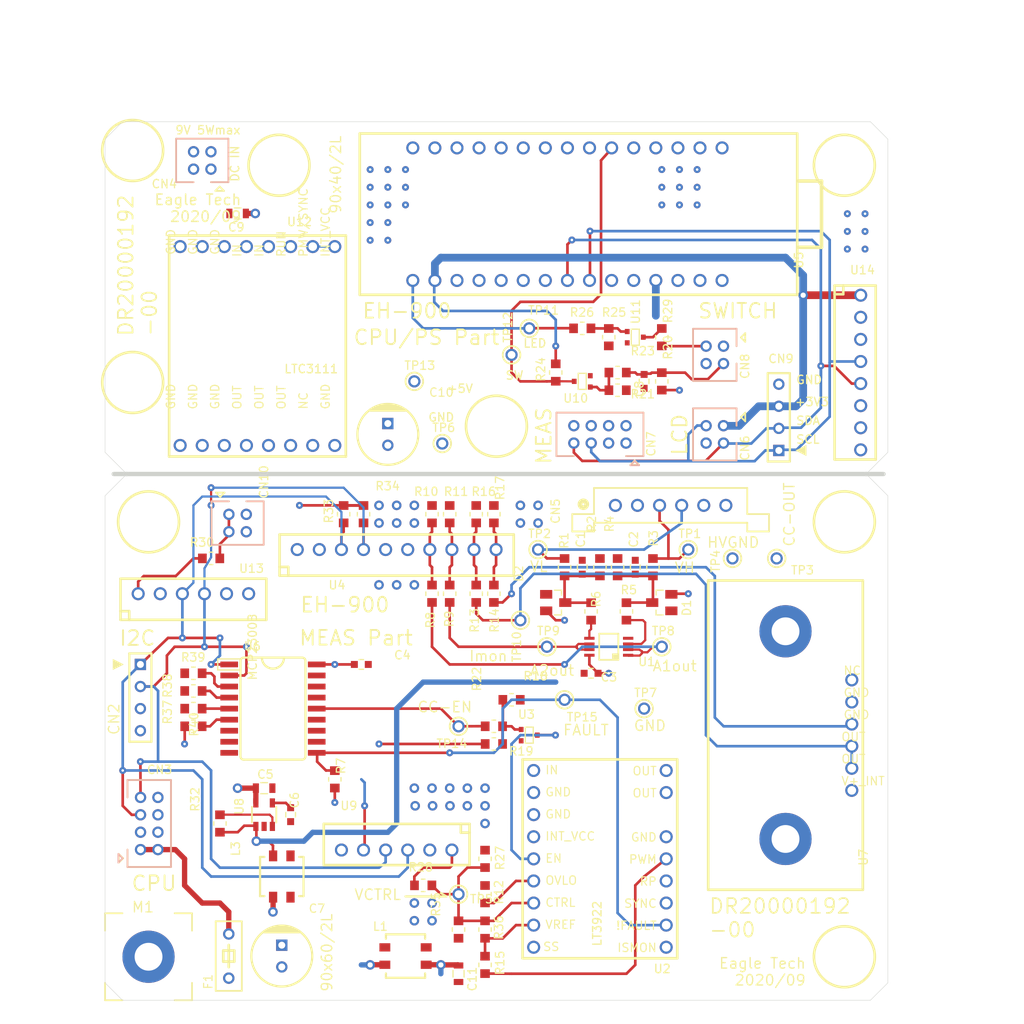
<source format=kicad_pcb>
(kicad_pcb (version 20171130) (host pcbnew "(5.1.6-0-10_14)")
  (layers (0 Top signal) (31 Bottom signal) (34 B.Paste user) (35 F.Paste user) (36 B.SilkS user) (37 F.SilkS user) (38 B.Mask user) (39 F.Mask user) (44 Edge.Cuts user))
  (net 0 "")
  (net 1 AGND)
  (net 2 VA+5)
  (net 3 HVGND)
  (net 4 VD+3V3)
  (net 5 DGND)
  (net 6 /measuringUnit_2/PB3)
  (net 7 "Net-(U5-Pad4-14)")
  (net 8 "Net-(U5-Pad4-13)")
  (net 9 "Net-(U5-Pad4-12)")
  (net 10 "Net-(U5-Pad4-11)")
  (net 11 "Net-(U5-Pad4-10)")
  (net 12 "Net-(U5-Pad4-9)")
  (net 13 /measuringUnit_2/CPU_SDA)
  (net 14 /measuringUnit_2/CPU_SCL)
  (net 15 "Net-(U5-Pad4-6)")
  (net 16 "Net-(U5-Pad4-5)")
  (net 17 "Net-(U5-Pad4-4)")
  (net 18 "Net-(U5-Pad3-3)")
  (net 19 GND)
  (net 20 "Net-(U5-Pad4-1)")
  (net 21 "Net-(U5-Pad3-15)")
  (net 22 "Net-(U5-Pad3-14)")
  (net 23 "Net-(U5-Pad3-13)")
  (net 24 "Net-(U5-Pad3-12)")
  (net 25 "Net-(U5-Pad3-11)")
  (net 26 "Net-(U5-Pad3-10)")
  (net 27 "Net-(U5-Pad3-9)")
  (net 28 "Net-(U5-Pad3-8)")
  (net 29 "Net-(U5-Pad3-7)")
  (net 30 /measuringUnit_2/PB0)
  (net 31 "Net-(U5-Pad3-5)")
  (net 32 "Net-(U5-Pad3-2)")
  (net 33 "Net-(U5-Pad3-1)")
  (net 34 "Net-(R6-Pad2)")
  (net 35 "Net-(R9-Pad1)")
  (net 36 "Net-(R5-Pad2)")
  (net 37 "Net-(R8-Pad1)")
  (net 38 "Net-(C2-Pad1)")
  (net 39 "Net-(C1-Pad1)")
  (net 40 "Net-(CN5-Pad4)")
  (net 41 "Net-(CN5-Pad3)")
  (net 42 "Net-(R10-Pad2)")
  (net 43 "Net-(R11-Pad2)")
  (net 44 "Net-(R14-Pad2)")
  (net 45 "Net-(R13-Pad2)")
  (net 46 "Net-(U4-Pad6)")
  (net 47 "Net-(U4-Pad5)")
  (net 48 /measuringUnit_1/SDA)
  (net 49 /measuringUnit_1/SCL)
  (net 50 "Net-(R13-Pad1)")
  (net 51 /measuringUnit_1/VCC+)
  (net 52 /measuringUnit_1/VCC-)
  (net 53 "Net-(C11-Pad1)")
  (net 54 "Net-(C6-Pad1)")
  (net 55 "Net-(R32-Pad1)")
  (net 56 /measuringUnit_1/OE)
  (net 57 "Net-(R18-Pad2)")
  (net 58 /measuringUnit_1/~IOUT_EN)
  (net 59 "Net-(CN2-Pad3)")
  (net 60 "Net-(CN3-Pad1)")
  (net 61 "Net-(R7-Pad1)")
  (net 62 "Net-(U2-Pad17)")
  (net 63 "Net-(R15-Pad1)")
  (net 64 "Net-(U2-Pad13)")
  (net 65 "Net-(U2-Pad12)")
  (net 66 "Net-(U2-Pad10)")
  (net 67 "Net-(U2-Pad9)")
  (net 68 /measuringUnit_1/VREF)
  (net 69 "Net-(R27-Pad1)")
  (net 70 "Net-(R12-Pad1)")
  (net 71 "Net-(U2-Pad4)")
  (net 72 "Net-(R28-Pad2)")
  (net 73 "Net-(U6-Pad17)")
  (net 74 "Net-(U6-Pad16)")
  (net 75 "Net-(U6-Pad15)")
  (net 76 "Net-(U6-Pad13)")
  (net 77 "Net-(U6-Pad12)")
  (net 78 "Net-(U6-Pad11)")
  (net 79 "Net-(U6-Pad8)")
  (net 80 "Net-(R40-Pad1)")
  (net 81 "Net-(R37-Pad2)")
  (net 82 "Net-(R38-Pad2)")
  (net 83 "Net-(R39-Pad2)")
  (net 84 "Net-(CN5-Pad5)")
  (net 85 "Net-(R30-Pad1)")
  (net 86 "Net-(CN10-Pad1)")
  (net 87 "Net-(C9-Pad2)")
  (net 88 "Net-(C9-Pad1)")
  (net 89 /measuringUnit_2/+3V3)
  (net 90 /measuringUnit_2/SW_IN)
  (net 91 /measuringUnit_2/LED_DRIVE)
  (net 92 /measuringUnit_2/R+5V)
  (net 93 "Net-(R21-Pad2)")
  (net 94 "Net-(R25-Pad2)")
  (net 95 "Net-(R29-Pad1)")
  (net 96 "Net-(U12-Pad1)")
  (module "" (layer Top) (at 108.5011 100.5036)
    (fp_text reference @HOLE0 hide)
    (fp_text value "" (at 0 0) (layer F.SilkS) (effects (font (size 1.27 1.27))))
    (pad "" np_thru_hole circle (at 0 0) (size 3.2 3.2) (drill 3.2) (layers *.Cu *.Mask))
  )
  (module "" (layer Top) (at 188.5011 150.5036)
    (fp_text reference @HOLE1 hide)
    (fp_text value "" (at 0 0) (layer F.SilkS) (effects (font (size 1.27 1.27))))
    (pad "" np_thru_hole circle (at 0 0) (size 3.2 3.2) (drill 3.2) (layers *.Cu *.Mask))
  )
  (module "" (layer Top) (at 188.5011 100.5036)
    (fp_text reference @HOLE2 hide)
    (fp_text value "" (at 0 0) (layer F.SilkS) (effects (font (size 1.27 1.27))))
    (pad "" np_thru_hole circle (at 0 0) (size 3.2 3.2) (drill 3.2) (layers *.Cu *.Mask))
  )
  (module "" (layer Top) (at 106.6761 84.4786)
    (fp_text reference @HOLE3 hide)
    (fp_text value "" (at 0 0) (layer F.SilkS) (effects (font (size 1.27 1.27))))
    (pad "" np_thru_hole circle (at 0 0) (size 3.2 3.2) (drill 3.2) (layers *.Cu *.Mask))
  )
  (module "" (layer Top) (at 106.6761 57.8086)
    (fp_text reference @HOLE4 hide)
    (fp_text value "" (at 0 0) (layer F.SilkS) (effects (font (size 1.27 1.27))))
    (pad "" np_thru_hole circle (at 0 0) (size 3.2 3.2) (drill 3.2) (layers *.Cu *.Mask))
  )
  (module "" (layer Top) (at 123.5011 59.5036)
    (fp_text reference @HOLE5 hide)
    (fp_text value "" (at 0 0) (layer F.SilkS) (effects (font (size 1.27 1.27))))
    (pad "" np_thru_hole circle (at 0 0) (size 3.2 3.2) (drill 3.2) (layers *.Cu *.Mask))
  )
  (module "" (layer Top) (at 148.5011 89.5036)
    (fp_text reference @HOLE6 hide)
    (fp_text value "" (at 0 0) (layer F.SilkS) (effects (font (size 1.27 1.27))))
    (pad "" np_thru_hole circle (at 0 0) (size 3.2 3.2) (drill 3.2) (layers *.Cu *.Mask))
  )
  (module "" (layer Top) (at 188.5011 59.5036)
    (fp_text reference @HOLE7 hide)
    (fp_text value "" (at 0 0) (layer F.SilkS) (effects (font (size 1.27 1.27))))
    (pad "" np_thru_hole circle (at 0 0) (size 3.2 3.2) (drill 3.2) (layers *.Cu *.Mask))
  )
  (module measuringUnit:CM1608 (layer Top) (at 159.3811 117.9116 180)
    (fp_text reference C3 (at -1.016 -1.016) (layer F.SilkS) (effects (font (size 0.9652 0.9652) (thickness 0.14478)) (justify left bottom)))
    (fp_text value 0.1u/50V)
    (pad 2 smd rect (at 0.8 0 180) (size 0.8 0.8) (layers Top F.Paste F.Mask) (net 1 AGND))
    (pad 1 smd rect (at -0.8 0 180) (size 0.8 0.8) (layers Top F.Paste F.Mask) (net 2 VA+5))
  )
  (module measuringUnit:CM1608 (layer Top) (at 158.3651 105.7196 90)
    (fp_text reference C1 (at 2.159 0.381 90) (layer F.SilkS) (effects (font (size 0.9652 0.9652) (thickness 0.14478)) (justify left bottom)))
    (fp_text value 0.1u/50V)
    (pad 2 smd rect (at 0.8 0 90) (size 0.8 0.8) (layers Top F.Paste F.Mask) (net 1 AGND))
    (pad 1 smd rect (at -0.8 0 90) (size 0.8 0.8) (layers Top F.Paste F.Mask) (net 39 "Net-(C1-Pad1)"))
  )
  (module measuringUnit:CM1608 (layer Top) (at 164.4611 105.7196 90)
    (fp_text reference C2 (at 2.159 0.381 90) (layer F.SilkS) (effects (font (size 0.9652 0.9652) (thickness 0.14478)) (justify left bottom)))
    (fp_text value 0.1u/50V)
    (pad 2 smd rect (at 0.8 0 90) (size 0.8 0.8) (layers Top F.Paste F.Mask) (net 1 AGND))
    (pad 1 smd rect (at -0.8 0 90) (size 0.8 0.8) (layers Top F.Paste F.Mask) (net 38 "Net-(C2-Pad1)"))
  )
  (module measuringUnit:CM1608 (layer Top) (at 124.8371 134.1676 270)
    (fp_text reference C6 (at -0.635 -1.016 90) (layer F.SilkS) (effects (font (size 0.9652 0.9652) (thickness 0.14478)) (justify left bottom)))
    (fp_text value 10n)
    (pad 2 smd rect (at 0.8 0 270) (size 0.8 0.8) (layers Top F.Paste F.Mask) (net 1 AGND))
    (pad 1 smd rect (at -0.8 0 270) (size 0.8 0.8) (layers Top F.Paste F.Mask) (net 54 "Net-(C6-Pad1)"))
  )
  (module measuringUnit:CM2012 (layer Top) (at 121.7891 131.1196)
    (fp_text reference C5 (at -0.889 -1.016) (layer F.SilkS) (effects (font (size 0.9652 0.9652) (thickness 0.14478)) (justify left bottom)))
    (fp_text value 4.7u/25V)
    (pad 2 smd rect (at 0.95 0) (size 0.7 1.1) (layers Top F.Paste F.Mask) (net 1 AGND))
    (pad 1 smd rect (at -0.95 0) (size 0.7 1.1) (layers Top F.Paste F.Mask) (net 4 VD+3V3))
  )
  (module measuringUnit:SOT23 (layer Top) (at 167.5091 109.7836 90)
    (fp_text reference D1 (at -1.651 3.429 90) (layer F.SilkS) (effects (font (size 0.9652 0.9652) (thickness 0.14478)) (justify left bottom)))
    (fp_text value 1SS)
    (pad 1 smd rect (at -0.95 1.1 90) (size 1 1.4) (layers Top F.Paste F.Mask) (net 1 AGND))
    (pad 2 smd rect (at 0.95 1.1 90) (size 1 1.4) (layers Top F.Paste F.Mask) (net 2 VA+5))
    (pad 3 smd rect (at 0 -1.1 90) (size 1 1.4) (layers Top F.Paste F.Mask) (net 38 "Net-(C2-Pad1)"))
  )
  (module measuringUnit:SOT23 (layer Top) (at 155.3171 109.7836 270)
    (fp_text reference D2 (at -2.286 3.683 90) (layer F.SilkS) (effects (font (size 0.9652 0.9652) (thickness 0.14478)) (justify left bottom)))
    (fp_text value 1SS)
    (pad 1 smd rect (at -0.95 1.1 270) (size 1 1.4) (layers Top F.Paste F.Mask) (net 1 AGND))
    (pad 2 smd rect (at 0.95 1.1 270) (size 1 1.4) (layers Top F.Paste F.Mask) (net 2 VA+5))
    (pad 3 smd rect (at 0 -1.1 270) (size 1 1.4) (layers Top F.Paste F.Mask) (net 39 "Net-(C1-Pad1)"))
  )
  (module measuringUnit:ACM4520 (layer Top) (at 138.0451 150.4236 180)
    (fp_text reference L1 (at 3.842 2.834) (layer F.SilkS) (effects (font (size 0.9652 0.9652) (thickness 0.14478)) (justify left bottom)))
    (fp_text value ACM4520)
    (pad 4 smd rect (at 2.375 -1 180) (size 1.25 0.95) (layers Top F.Paste F.Mask) (net 51 /measuringUnit_1/VCC+))
    (pad 3 smd rect (at 2.375 1 180) (size 1.25 0.95) (layers Top F.Paste F.Mask) (net 52 /measuringUnit_1/VCC-))
    (pad 2 smd rect (at -2.375 1 180) (size 1.25 0.95) (layers Top F.Paste F.Mask) (net 3 HVGND))
    (pad 1 smd rect (at -2.375 -1 180) (size 1.25 0.95) (layers Top F.Paste F.Mask) (net 53 "Net-(C11-Pad1)"))
  )
  (module measuringUnit:ACM4520 (layer Top) (at 123.8211 141.2796 270)
    (fp_text reference L3 (at -2.254 4.739 90) (layer F.SilkS) (effects (font (size 0.9652 0.9652) (thickness 0.14478)) (justify left bottom)))
    (fp_text value ACM4520)
    (pad 4 smd rect (at 2.375 -1 270) (size 1.25 0.95) (layers Top F.Paste F.Mask) (net 52 /measuringUnit_1/VCC-))
    (pad 3 smd rect (at 2.375 1 270) (size 1.25 0.95) (layers Top F.Paste F.Mask) (net 51 /measuringUnit_1/VCC+))
    (pad 2 smd rect (at -2.375 1 270) (size 1.25 0.95) (layers Top F.Paste F.Mask) (net 2 VA+5))
    (pad 1 smd rect (at -2.375 -1 270) (size 1.25 0.95) (layers Top F.Paste F.Mask) (net 1 AGND))
  )
  (module measuringUnit:RM1608 (layer Top) (at 162.4291 105.7196 270)
    (fp_text reference R4 (at -3.937 0.381 90) (layer F.SilkS) (effects (font (size 0.9652 0.9652) (thickness 0.14478)) (justify left bottom)))
    (fp_text value 100k)
    (pad 2 smd rect (at 1 0 270) (size 1 1.1) (layers Top F.Paste F.Mask) (net 38 "Net-(C2-Pad1)"))
    (pad 1 smd rect (at -1 0 270) (size 1 1.1) (layers Top F.Paste F.Mask) (net 1 AGND))
  )
  (module measuringUnit:RM1608 (layer Top) (at 163.4451 110.7996 270)
    (fp_text reference R5 (at -1.905 0.762) (layer F.SilkS) (effects (font (size 0.9652 0.9652) (thickness 0.14478)) (justify left bottom)))
    (fp_text value 1k/THICK)
    (pad 2 smd rect (at 1 0 270) (size 1 1.1) (layers Top F.Paste F.Mask) (net 36 "Net-(R5-Pad2)"))
    (pad 1 smd rect (at -1 0 270) (size 1 1.1) (layers Top F.Paste F.Mask) (net 38 "Net-(C2-Pad1)"))
  )
  (module measuringUnit:RM1608 (layer Top) (at 159.3811 110.7996 270)
    (fp_text reference R6 (at -0.381 -1.143 90) (layer F.SilkS) (effects (font (size 0.9652 0.9652) (thickness 0.14478)) (justify left bottom)))
    (fp_text value 1k/THICK)
    (pad 2 smd rect (at 1 0 270) (size 1 1.1) (layers Top F.Paste F.Mask) (net 34 "Net-(R6-Pad2)"))
    (pad 1 smd rect (at -1 0 270) (size 1 1.1) (layers Top F.Paste F.Mask) (net 39 "Net-(C1-Pad1)"))
  )
  (module measuringUnit:RM1608 (layer Top) (at 141.0931 108.7676 90)
    (fp_text reference R8 (at -4.064 0.381 90) (layer F.SilkS) (effects (font (size 0.9652 0.9652) (thickness 0.14478)) (justify left bottom)))
    (fp_text value 6.2k)
    (pad 2 smd rect (at 1 0 90) (size 1 1.1) (layers Top F.Paste F.Mask) (net 42 "Net-(R10-Pad2)"))
    (pad 1 smd rect (at -1 0 90) (size 1 1.1) (layers Top F.Paste F.Mask) (net 37 "Net-(R8-Pad1)"))
  )
  (module measuringUnit:RM1608 (layer Top) (at 143.1251 108.7676 90)
    (fp_text reference R9 (at -3.937 0.508 90) (layer F.SilkS) (effects (font (size 0.9652 0.9652) (thickness 0.14478)) (justify left bottom)))
    (fp_text value 6.2k)
    (pad 2 smd rect (at 1 0 90) (size 1 1.1) (layers Top F.Paste F.Mask) (net 43 "Net-(R11-Pad2)"))
    (pad 1 smd rect (at -1 0 90) (size 1 1.1) (layers Top F.Paste F.Mask) (net 35 "Net-(R9-Pad1)"))
  )
  (module measuringUnit:RM1608 (layer Top) (at 141.0931 99.6236 270)
    (fp_text reference R10 (at -2.032 2.159) (layer F.SilkS) (effects (font (size 0.9652 0.9652) (thickness 0.14478)) (justify left bottom)))
    (fp_text value 4.3k)
    (pad 2 smd rect (at 1 0 270) (size 1 1.1) (layers Top F.Paste F.Mask) (net 42 "Net-(R10-Pad2)"))
    (pad 1 smd rect (at -1 0 270) (size 1 1.1) (layers Top F.Paste F.Mask) (net 1 AGND))
  )
  (module measuringUnit:RM1608 (layer Top) (at 143.1251 99.6236 270)
    (fp_text reference R11 (at -2.032 0.762) (layer F.SilkS) (effects (font (size 0.9652 0.9652) (thickness 0.14478)) (justify left bottom)))
    (fp_text value 4.3k)
    (pad 2 smd rect (at 1 0 270) (size 1 1.1) (layers Top F.Paste F.Mask) (net 43 "Net-(R11-Pad2)"))
    (pad 1 smd rect (at -1 0 270) (size 1 1.1) (layers Top F.Paste F.Mask) (net 1 AGND))
  )
  (module measuringUnit:RM1608 (layer Top) (at 148.2051 99.6236 270)
    (fp_text reference R17 (at -1.524 -1.27 90) (layer F.SilkS) (effects (font (size 0.9652 0.9652) (thickness 0.14478)) (justify left bottom)))
    (fp_text value ---)
    (pad 2 smd rect (at 1 0 270) (size 1 1.1) (layers Top F.Paste F.Mask) (net 44 "Net-(R14-Pad2)"))
    (pad 1 smd rect (at -1 0 270) (size 1 1.1) (layers Top F.Paste F.Mask) (net 1 AGND))
  )
  (module measuringUnit:RM1608 (layer Top) (at 146.1731 99.6236 270)
    (fp_text reference R16 (at -2.032 0.635) (layer F.SilkS) (effects (font (size 0.9652 0.9652) (thickness 0.14478)) (justify left bottom)))
    (fp_text value ---)
    (pad 2 smd rect (at 1 0 270) (size 1 1.1) (layers Top F.Paste F.Mask) (net 45 "Net-(R13-Pad2)"))
    (pad 1 smd rect (at -1 0 270) (size 1 1.1) (layers Top F.Paste F.Mask) (net 1 AGND))
  )
  (module measuringUnit:RM1608 (layer Top) (at 146.1731 108.7676 90)
    (fp_text reference R13 (at -4.572 0.381 90) (layer F.SilkS) (effects (font (size 0.9652 0.9652) (thickness 0.14478)) (justify left bottom)))
    (fp_text value 100/THICK)
    (pad 2 smd rect (at 1 0 90) (size 1 1.1) (layers Top F.Paste F.Mask) (net 45 "Net-(R13-Pad2)"))
    (pad 1 smd rect (at -1 0 90) (size 1 1.1) (layers Top F.Paste F.Mask) (net 50 "Net-(R13-Pad1)"))
  )
  (module measuringUnit:RM1608 (layer Top) (at 148.2051 108.7676 90)
    (fp_text reference R14 (at -4.572 0.635 90) (layer F.SilkS) (effects (font (size 0.9652 0.9652) (thickness 0.14478)) (justify left bottom)))
    (fp_text value 100/THICK)
    (pad 2 smd rect (at 1 0 90) (size 1 1.1) (layers Top F.Paste F.Mask) (net 44 "Net-(R14-Pad2)"))
    (pad 1 smd rect (at -1 0 90) (size 1 1.1) (layers Top F.Paste F.Mask) (net 3 HVGND))
  )
  (module measuringUnit:RM1608 (layer Top) (at 116.7091 135.1836 270)
    (fp_text reference R32 (at -1.27 2.286 90) (layer F.SilkS) (effects (font (size 0.9652 0.9652) (thickness 0.14478)) (justify left bottom)))
    (fp_text value 100k/THICK)
    (pad 2 smd rect (at 1 0 270) (size 1 1.1) (layers Top F.Paste F.Mask) (net 2 VA+5))
    (pad 1 smd rect (at -1 0 270) (size 1 1.1) (layers Top F.Paste F.Mask) (net 55 "Net-(R32-Pad1)"))
  )
  (module measuringUnit:RM1608 (layer Top) (at 156.3331 105.7196 90)
    (fp_text reference R1 (at 2.032 0.508 90) (layer F.SilkS) (effects (font (size 0.9652 0.9652) (thickness 0.14478)) (justify left bottom)))
    (fp_text value 910k)
    (pad 2 smd rect (at 1 0 90) (size 1 1.1) (layers Top F.Paste F.Mask) (net 40 "Net-(CN5-Pad4)"))
    (pad 1 smd rect (at -1 0 90) (size 1 1.1) (layers Top F.Paste F.Mask) (net 39 "Net-(C1-Pad1)"))
  )
  (module measuringUnit:RM1608 (layer Top) (at 160.3971 105.7196 270)
    (fp_text reference R2 (at -3.937 0.381 90) (layer F.SilkS) (effects (font (size 0.9652 0.9652) (thickness 0.14478)) (justify left bottom)))
    (fp_text value 100k)
    (pad 2 smd rect (at 1 0 270) (size 1 1.1) (layers Top F.Paste F.Mask) (net 39 "Net-(C1-Pad1)"))
    (pad 1 smd rect (at -1 0 270) (size 1 1.1) (layers Top F.Paste F.Mask) (net 1 AGND))
  )
  (module measuringUnit:RM1608 (layer Top) (at 166.4931 105.7196 90)
    (fp_text reference R3 (at 2.286 0.635 90) (layer F.SilkS) (effects (font (size 0.9652 0.9652) (thickness 0.14478)) (justify left bottom)))
    (fp_text value 910k)
    (pad 2 smd rect (at 1 0 90) (size 1 1.1) (layers Top F.Paste F.Mask) (net 41 "Net-(CN5-Pad3)"))
    (pad 1 smd rect (at -1 0 90) (size 1 1.1) (layers Top F.Paste F.Mask) (net 38 "Net-(C2-Pad1)"))
  )
  (module measuringUnit:TP_TH_0R9MM (layer Top) (at 167.5091 114.8636)
    (fp_text reference TP8 (at -1.23 -1.254) (layer F.SilkS) (effects (font (size 0.9652 0.9652) (thickness 0.14478)) (justify left bottom)))
    (fp_text value TP-LC3G)
    (pad 1 thru_hole circle (at 0 0) (size 1.4 1.4) (drill 0.9) (layers *.Cu *.Mask) (net 37 "Net-(R8-Pad1)"))
  )
  (module measuringUnit:TP_TH_0R9MM (layer Top) (at 154.3011 114.8636)
    (fp_text reference TP9 (at -1.23 -1.254) (layer F.SilkS) (effects (font (size 0.9652 0.9652) (thickness 0.14478)) (justify left bottom)))
    (fp_text value TP-LC3G)
    (pad 1 thru_hole circle (at 0 0) (size 1.4 1.4) (drill 0.9) (layers *.Cu *.Mask) (net 35 "Net-(R9-Pad1)"))
  )
  (module measuringUnit:TP_TH_0R9MM (layer Top) (at 151.2531 111.8156)
    (fp_text reference TP10 (at 0.143 4.913 90) (layer F.SilkS) (effects (font (size 0.9652 0.9652) (thickness 0.14478)) (justify left bottom)))
    (fp_text value TP-LC3G)
    (pad 1 thru_hole circle (at 0 0) (size 1.4 1.4) (drill 0.9) (layers *.Cu *.Mask) (net 50 "Net-(R13-Pad1)"))
  )
  (module measuringUnit:MSO8_AEL (layer Top) (at 161.4131 114.8636 90)
    (fp_text reference U1 (at -2.286 3.302) (layer F.SilkS) (effects (font (size 0.9652 0.9652) (thickness 0.14478)) (justify left bottom)))
    (fp_text value OPA2344EA)
    (pad 5 smd rect (at 0.975 -2.23 90) (size 0.34 1.19) (layers Top F.Paste F.Mask) (net 34 "Net-(R6-Pad2)"))
    (pad 6 smd rect (at 0.325 -2.23 90) (size 0.34 1.19) (layers Top F.Paste F.Mask) (net 35 "Net-(R9-Pad1)"))
    (pad 8 smd rect (at -0.975 -2.23 90) (size 0.34 1.19) (layers Top F.Paste F.Mask) (net 2 VA+5))
    (pad 4 smd rect (at 0.975 2.23 90) (size 0.34 1.19) (layers Top F.Paste F.Mask) (net 1 AGND))
    (pad 3 smd rect (at 0.325 2.23 90) (size 0.34 1.19) (layers Top F.Paste F.Mask) (net 36 "Net-(R5-Pad2)"))
    (pad 1 smd rect (at -0.975 2.23 90) (size 0.34 1.19) (layers Top F.Paste F.Mask) (net 37 "Net-(R8-Pad1)"))
    (pad 7 smd rect (at -0.325 -2.23 90) (size 0.34 1.19) (layers Top F.Paste F.Mask) (net 35 "Net-(R9-Pad1)"))
    (pad 2 smd rect (at -0.325 2.23 90) (size 0.34 1.19) (layers Top F.Paste F.Mask) (net 37 "Net-(R8-Pad1)"))
  )
  (module measuringUnit:SIP_10PIN (layer Top) (at 137.0291 103.6876)
    (fp_text reference U4 (at -7.921 4.652) (layer F.SilkS) (effects (font (size 0.9652 0.9652) (thickness 0.14478)) (justify left bottom)))
    (fp_text value ADAFURUIT_ADS115)
    (pad 10 thru_hole circle (at 11.43 0) (size 1.5 1.5) (drill 1) (layers *.Cu *.Mask) (net 44 "Net-(R14-Pad2)"))
    (pad 9 thru_hole circle (at 8.89 0) (size 1.5 1.5) (drill 1) (layers *.Cu *.Mask) (net 45 "Net-(R13-Pad2)"))
    (pad 8 thru_hole circle (at 6.35 0) (size 1.5 1.5) (drill 1) (layers *.Cu *.Mask) (net 43 "Net-(R11-Pad2)"))
    (pad 7 thru_hole circle (at 3.81 0) (size 1.5 1.5) (drill 1) (layers *.Cu *.Mask) (net 42 "Net-(R10-Pad2)"))
    (pad 6 thru_hole circle (at 1.27 0) (size 1.5 1.5) (drill 1) (layers *.Cu *.Mask) (net 46 "Net-(U4-Pad6)"))
    (pad 5 thru_hole circle (at -1.27 0) (size 1.5 1.5) (drill 1) (layers *.Cu *.Mask) (net 47 "Net-(U4-Pad5)"))
    (pad 4 thru_hole circle (at -3.81 0) (size 1.5 1.5) (drill 1) (layers *.Cu *.Mask) (net 48 /measuringUnit_1/SDA))
    (pad 3 thru_hole circle (at -6.35 0) (size 1.5 1.5) (drill 1) (layers *.Cu *.Mask) (net 49 /measuringUnit_1/SCL))
    (pad 2 thru_hole circle (at -8.89 0) (size 1.5 1.5) (drill 1) (layers *.Cu *.Mask) (net 1 AGND))
    (pad 1 thru_hole circle (at -11.43 0) (size 1.5 1.5) (drill 1) (layers *.Cu *.Mask) (net 4 VD+3V3))
  )
  (module measuringUnit:SOT-23-5 (layer Top) (at 121.7891 134.1676)
    (fp_text reference U8 (at -2.294 0.105 90) (layer F.SilkS) (effects (font (size 0.9652 0.9652) (thickness 0.14478)) (justify left bottom)))
    (fp_text value TPS799DDC)
    (pad 5 smd rect (at -0.95 -1.35) (size 0.6 1.05) (layers Top F.Paste F.Mask) (net 4 VD+3V3))
    (pad 4 smd rect (at 0.95 -1.35) (size 0.6 1.05) (layers Top F.Paste F.Mask) (net 54 "Net-(C6-Pad1)"))
    (pad 3 smd rect (at 0.95 1.35) (size 0.6 1.05) (layers Top F.Paste F.Mask) (net 55 "Net-(R32-Pad1)"))
    (pad 2 smd rect (at 0 1.35) (size 0.6 1.05) (layers Top F.Paste F.Mask) (net 1 AGND))
    (pad 1 smd rect (at -0.95 1.35) (size 0.6 1.05) (layers Top F.Paste F.Mask) (net 2 VA+5))
  )
  (module measuringUnit:SC-70 (layer Top) (at 152.2691 125.0236 270)
    (fp_text reference U3 (at -1.808 1.381) (layer F.SilkS) (effects (font (size 0.9652 0.9652) (thickness 0.14478)) (justify left bottom)))
    (fp_text value SSM3K15AFU)
    (pad 3 smd rect (at 0 -0.925 270) (size 0.6 0.55) (layers Top F.Paste F.Mask) (net 56 /measuringUnit_1/OE))
    (pad 2 smd rect (at 0.65 0.925 270) (size 0.6 0.55) (layers Top F.Paste F.Mask) (net 3 HVGND))
    (pad 1 smd rect (at -0.65 0.925 270) (size 0.6 0.55) (layers Top F.Paste F.Mask) (net 57 "Net-(R18-Pad2)"))
  )
  (module measuringUnit:RM1608 (layer Top) (at 148.2051 124.0076 180)
    (fp_text reference R22 (at 1.397 3.937 90) (layer F.SilkS) (effects (font (size 0.9652 0.9652) (thickness 0.14478)) (justify left bottom)))
    (fp_text value 1k/THICK)
    (pad 2 smd rect (at 1 0 180) (size 1 1.1) (layers Top F.Paste F.Mask) (net 58 /measuringUnit_1/~IOUT_EN))
    (pad 1 smd rect (at -1 0 180) (size 1 1.1) (layers Top F.Paste F.Mask) (net 57 "Net-(R18-Pad2)"))
  )
  (module measuringUnit:RM1608 (layer Top) (at 150.2371 120.9596 180)
    (fp_text reference R18 (at -1.27 2.159) (layer F.SilkS) (effects (font (size 0.9652 0.9652) (thickness 0.14478)) (justify left bottom)))
    (fp_text value ---)
    (pad 2 smd rect (at 1 0 180) (size 1 1.1) (layers Top F.Paste F.Mask) (net 57 "Net-(R18-Pad2)"))
    (pad 1 smd rect (at -1 0 180) (size 1 1.1) (layers Top F.Paste F.Mask) (net 1 AGND))
  )
  (module measuringUnit:RM1608 (layer Top) (at 148.2051 126.0396 180)
    (fp_text reference R19 (at -1.651 -1.397) (layer F.SilkS) (effects (font (size 0.9652 0.9652) (thickness 0.14478)) (justify left bottom)))
    (fp_text value 100k/THICK)
    (pad 2 smd rect (at 1 0 180) (size 1 1.1) (layers Top F.Paste F.Mask) (net 4 VD+3V3))
    (pad 1 smd rect (at -1 0 180) (size 1 1.1) (layers Top F.Paste F.Mask) (net 57 "Net-(R18-Pad2)"))
  )
  (module measuringUnit:PIN_HEADER_4PIN (layer Top) (at 107.5651 116.8956 90)
    (fp_text reference CN2 (at -8.199 -2.325 90) (layer F.SilkS) (effects (font (size 1.2065 1.2065) (thickness 0.14478)) (justify left bottom)))
    (fp_text value 826646-4)
    (pad 4 thru_hole circle (at -7.62 0 90) (size 1.3 1.3) (drill 0.8) (layers *.Cu *.Mask) (net 1 AGND))
    (pad 3 thru_hole circle (at -5.08 0 90) (size 1.3 1.3) (drill 0.8) (layers *.Cu *.Mask) (net 59 "Net-(CN2-Pad3)"))
    (pad 2 thru_hole circle (at -2.54 0 90) (size 1.3 1.3) (drill 0.8) (layers *.Cu *.Mask) (net 48 /measuringUnit_1/SDA))
    (pad 1 thru_hole rect (at 0 0 90) (size 1.3 1.3) (drill 0.8) (layers *.Cu *.Mask) (net 49 /measuringUnit_1/SCL))
  )
  (module measuringUnit:RM1608 (layer Top) (at 130.9331 99.6236 90)
    (fp_text reference R33 (at -1.143 -1.143 90) (layer F.SilkS) (effects (font (size 0.9652 0.9652) (thickness 0.14478)) (justify left bottom)))
    (fp_text value 100k/THICK)
    (pad 2 smd rect (at 1 0 90) (size 1 1.1) (layers Top F.Paste F.Mask) (net 4 VD+3V3))
    (pad 1 smd rect (at -1 0 90) (size 1 1.1) (layers Top F.Paste F.Mask) (net 49 /measuringUnit_1/SCL))
  )
  (module measuringUnit:RM1608 (layer Top) (at 133.2191 99.6236 90)
    (fp_text reference R34 (at 2.667 1.27) (layer F.SilkS) (effects (font (size 0.9652 0.9652) (thickness 0.14478)) (justify left bottom)))
    (fp_text value 100k/THICK)
    (pad 2 smd rect (at 1 0 90) (size 1 1.1) (layers Top F.Paste F.Mask) (net 4 VD+3V3))
    (pad 1 smd rect (at -1 0 90) (size 1 1.1) (layers Top F.Paste F.Mask) (net 48 /measuringUnit_1/SDA))
  )
  (module measuringUnit:8X3_5.08 (layer Top) (at 117.7251 150.4236 90)
    (fp_text reference F1 (at -3.9116 -1.8034 90) (layer F.SilkS) (effects (font (size 0.9652 0.9652) (thickness 0.135128)) (justify left bottom)))
    (fp_text value RXEF)
    (pad 2 thru_hole circle (at 2.54 0 90) (size 1.3128 1.3128) (drill 0.8128) (layers *.Cu *.Mask) (net 60 "Net-(CN3-Pad1)"))
    (pad 1 thru_hole circle (at -2.54 0 90) (size 1.3128 1.3128) (drill 0.8128) (layers *.Cu *.Mask) (net 51 /measuringUnit_1/VCC+))
  )
  (module measuringUnit:PHI_6.3 (layer Top) (at 123.8211 150.4236 180)
    (fp_text reference C7 (at -3.016 4.894) (layer F.SilkS) (effects (font (size 0.9652 0.9652) (thickness 0.135128)) (justify left bottom)))
    (fp_text value 56u/10V/OS)
    (pad POS thru_hole circle (at 0 -1.25 180) (size 1.3 1.3) (drill 0.8) (layers *.Cu *.Mask) (net 51 /measuringUnit_1/VCC+))
    (pad NEG thru_hole rect (at 0 1.25 180) (size 1.3 1.3) (drill 0.8) (layers *.Cu *.Mask) (net 52 /measuringUnit_1/VCC-))
  )
  (module measuringUnit:TP_TH_0R9MM (layer Top) (at 165.4771 121.9756)
    (fp_text reference TP7 (at -1.23 -1.254) (layer F.SilkS) (effects (font (size 0.9652 0.9652) (thickness 0.14478)) (justify left bottom)))
    (fp_text value TP-LC3G)
    (pad 1 thru_hole circle (at 0 0) (size 1.4 1.4) (drill 0.9) (layers *.Cu *.Mask) (net 1 AGND))
  )
  (module measuringUnit:TP_TH_0R9MM (layer Top) (at 156.3331 120.9596)
    (fp_text reference TP15 (at 0.167 2.556) (layer F.SilkS) (effects (font (size 0.9652 0.9652) (thickness 0.14478)) (justify left bottom)))
    (fp_text value TP-LC3G)
    (pad 1 thru_hole circle (at 0 0) (size 1.4 1.4) (drill 0.9) (layers *.Cu *.Mask) (net 61 "Net-(R7-Pad1)"))
  )
  (module measuringUnit:LT3922 (layer Top) (at 160.3971 129.0876)
    (fp_text reference U2 (at 6.096 23.368) (layer F.SilkS) (effects (font (size 0.9652 0.9652) (thickness 0.154432)) (justify left bottom)))
    (fp_text value LT3922)
    (fp_text user ISMON (at 6.604 19.812) (layer F.SilkS) (effects (font (size 0.9652 0.9652) (thickness 0.13208)) (justify right top)))
    (fp_text user CTRL (at -6.35 15.748) (layer F.SilkS) (effects (font (size 0.9652 0.9652) (thickness 0.13208)) (justify left bottom)))
    (fp_text user OVLO (at -6.35 13.208) (layer F.SilkS) (effects (font (size 0.9652 0.9652) (thickness 0.13208)) (justify left bottom)))
    (fp_text user INT_VCC (at -6.35 8.128) (layer F.SilkS) (effects (font (size 0.9652 0.9652) (thickness 0.13208)) (justify left bottom)))
    (fp_text user OUT (at 6.604 -0.508) (layer F.SilkS) (effects (font (size 0.9652 0.9652) (thickness 0.13208)) (justify right top)))
    (fp_text user OUT (at 6.604 2.032) (layer F.SilkS) (effects (font (size 0.9652 0.9652) (thickness 0.13208)) (justify right top)))
    (fp_text user SS (at -6.604 20.828) (layer F.SilkS) (effects (font (size 0.9652 0.9652) (thickness 0.13208)) (justify left bottom)))
    (fp_text user GND (at 6.604 7.112) (layer F.SilkS) (effects (font (size 0.9652 0.9652) (thickness 0.13208)) (justify right top)))
    (fp_text user PWM (at 6.604 9.652) (layer F.SilkS) (effects (font (size 0.9652 0.9652) (thickness 0.13208)) (justify right top)))
    (fp_text user RP (at 6.604 12.192) (layer F.SilkS) (effects (font (size 0.9652 0.9652) (thickness 0.13208)) (justify right top)))
    (fp_text user SYNC (at 6.604 14.732) (layer F.SilkS) (effects (font (size 0.9652 0.9652) (thickness 0.13208)) (justify right top)))
    (fp_text user !FAULT (at 6.604 17.272) (layer F.SilkS) (effects (font (size 0.9652 0.9652) (thickness 0.13208)) (justify right top)))
    (fp_text user GND (at -6.35 3.048) (layer F.SilkS) (effects (font (size 0.9652 0.9652) (thickness 0.13208)) (justify left bottom)))
    (fp_text user GND (at -6.35 5.588) (layer F.SilkS) (effects (font (size 0.9652 0.9652) (thickness 0.13208)) (justify left bottom)))
    (fp_text user IN (at -6.35 0.508) (layer F.SilkS) (effects (font (size 0.9652 0.9652) (thickness 0.13208)) (justify left bottom)))
    (fp_text user EN (at -6.35 10.668) (layer F.SilkS) (effects (font (size 0.9652 0.9652) (thickness 0.13208)) (justify left bottom)))
    (fp_text user VREF (at -6.35 18.288) (layer F.SilkS) (effects (font (size 0.9652 0.9652) (thickness 0.13208)) (justify left bottom)))
    (pad 18 thru_hole circle (at 7.62 0) (size 1.5 1.5) (drill 1) (layers *.Cu *.Mask) (net 62 "Net-(U2-Pad17)"))
    (pad 17 thru_hole circle (at 7.62 2.54) (size 1.5 1.5) (drill 1) (layers *.Cu *.Mask) (net 62 "Net-(U2-Pad17)"))
    (pad 15 thru_hole circle (at 7.62 7.62) (size 1.5 1.5) (drill 1) (layers *.Cu *.Mask) (net 3 HVGND))
    (pad 14 thru_hole circle (at 7.62 10.16) (size 1.5 1.5) (drill 1) (layers *.Cu *.Mask) (net 63 "Net-(R15-Pad1)"))
    (pad 13 thru_hole circle (at 7.62 12.7) (size 1.5 1.5) (drill 1) (layers *.Cu *.Mask) (net 64 "Net-(U2-Pad13)"))
    (pad 12 thru_hole circle (at 7.62 15.24) (size 1.5 1.5) (drill 1) (layers *.Cu *.Mask) (net 65 "Net-(U2-Pad12)"))
    (pad 11 thru_hole circle (at 7.62 17.78) (size 1.5 1.5) (drill 1) (layers *.Cu *.Mask) (net 61 "Net-(R7-Pad1)"))
    (pad 10 thru_hole circle (at 7.62 20.32) (size 1.5 1.5) (drill 1) (layers *.Cu *.Mask) (net 66 "Net-(U2-Pad10)"))
    (pad 9 thru_hole circle (at -7.62 20.32) (size 1.5 1.5) (drill 1) (layers *.Cu *.Mask) (net 67 "Net-(U2-Pad9)"))
    (pad 8 thru_hole circle (at -7.62 17.78) (size 1.5 1.5) (drill 1) (layers *.Cu *.Mask) (net 68 /measuringUnit_1/VREF))
    (pad 7 thru_hole circle (at -7.62 15.24) (size 1.5 1.5) (drill 1) (layers *.Cu *.Mask) (net 69 "Net-(R27-Pad1)"))
    (pad 6 thru_hole circle (at -7.62 12.7) (size 1.5 1.5) (drill 1) (layers *.Cu *.Mask) (net 70 "Net-(R12-Pad1)"))
    (pad 5 thru_hole circle (at -7.62 10.16) (size 1.5 1.5) (drill 1) (layers *.Cu *.Mask) (net 56 /measuringUnit_1/OE))
    (pad 4 thru_hole circle (at -7.62 7.62) (size 1.5 1.5) (drill 1) (layers *.Cu *.Mask) (net 71 "Net-(U2-Pad4)"))
    (pad 3 thru_hole circle (at -7.62 5.08) (size 1.5 1.5) (drill 1) (layers *.Cu *.Mask) (net 3 HVGND))
    (pad 2 thru_hole circle (at -7.62 2.54) (size 1.5 1.5) (drill 1) (layers *.Cu *.Mask) (net 3 HVGND))
    (pad 1 thru_hole circle (at -7.62 0) (size 1.5 1.5) (drill 1) (layers *.Cu *.Mask) (net 53 "Net-(C11-Pad1)"))
  )
  (module measuringUnit:RM1608 (layer Top) (at 147.1891 143.3116 90)
    (fp_text reference R12 (at -1.27 2.159 90) (layer F.SilkS) (effects (font (size 0.9652 0.9652) (thickness 0.14478)) (justify left bottom)))
    (fp_text value 0)
    (pad 2 smd rect (at 1 0 90) (size 1 1.1) (layers Top F.Paste F.Mask) (net 3 HVGND))
    (pad 1 smd rect (at -1 0 90) (size 1 1.1) (layers Top F.Paste F.Mask) (net 70 "Net-(R12-Pad1)"))
  )
  (module measuringUnit:RM1608 (layer Top) (at 147.1891 151.4396 90)
    (fp_text reference R15 (at -1.27 2.286 90) (layer F.SilkS) (effects (font (size 0.9652 0.9652) (thickness 0.14478)) (justify left bottom)))
    (fp_text value 0)
    (pad 2 smd rect (at 1 0 90) (size 1 1.1) (layers Top F.Paste F.Mask) (net 68 /measuringUnit_1/VREF))
    (pad 1 smd rect (at -1 0 90) (size 1 1.1) (layers Top F.Paste F.Mask) (net 63 "Net-(R15-Pad1)"))
  )
  (module measuringUnit:RM1608 (layer Top) (at 140.0771 142.2956 180)
    (fp_text reference R28 (at 1.778 1.524) (layer F.SilkS) (effects (font (size 0.9652 0.9652) (thickness 0.14478)) (justify left bottom)))
    (fp_text value 100k)
    (pad 2 smd rect (at 1 0 180) (size 1 1.1) (layers Top F.Paste F.Mask) (net 72 "Net-(R28-Pad2)"))
    (pad 1 smd rect (at -1 0 180) (size 1 1.1) (layers Top F.Paste F.Mask) (net 69 "Net-(R27-Pad1)"))
  )
  (module measuringUnit:RM1608 (layer Top) (at 147.1891 139.2476 90)
    (fp_text reference R27 (at -1.397 2.286 90) (layer F.SilkS) (effects (font (size 0.9652 0.9652) (thickness 0.14478)) (justify left bottom)))
    (fp_text value 33k)
    (pad 2 smd rect (at 1 0 90) (size 1 1.1) (layers Top F.Paste F.Mask) (net 3 HVGND))
    (pad 1 smd rect (at -1 0 90) (size 1 1.1) (layers Top F.Paste F.Mask) (net 69 "Net-(R27-Pad1)"))
  )
  (module measuringUnit:RM1608 (layer Top) (at 129.9171 130.1036 270)
    (fp_text reference R7 (at -0.508 -1.27 90) (layer F.SilkS) (effects (font (size 0.9652 0.9652) (thickness 0.14478)) (justify left bottom)))
    (fp_text value 100k/THICK)
    (pad 2 smd rect (at 1 0 270) (size 1 1.1) (layers Top F.Paste F.Mask) (net 4 VD+3V3))
    (pad 1 smd rect (at -1 0 270) (size 1 1.1) (layers Top F.Paste F.Mask) (net 61 "Net-(R7-Pad1)"))
  )
  (module measuringUnit:TP_TH_0R9MM (layer Top) (at 144.1411 124.0076)
    (fp_text reference TP14 (at -2.627 2.556) (layer F.SilkS) (effects (font (size 0.9652 0.9652) (thickness 0.14478)) (justify left bottom)))
    (fp_text value TP-LC3G)
    (pad 1 thru_hole circle (at 0 0) (size 1.4 1.4) (drill 0.9) (layers *.Cu *.Mask) (net 58 /measuringUnit_1/~IOUT_EN))
  )
  (module measuringUnit:TP_TH_0R9MM (layer Top) (at 144.1411 143.3116)
    (fp_text reference TP5 (at 1.23 1.127) (layer F.SilkS) (effects (font (size 0.9652 0.9652) (thickness 0.14478)) (justify left bottom)))
    (fp_text value TP-LC3G)
    (pad 1 thru_hole circle (at 0 0) (size 1.4 1.4) (drill 0.9) (layers *.Cu *.Mask) (net 69 "Net-(R27-Pad1)"))
  )
  (module measuringUnit:VAB_3_10_CONTACT (layer Top) (at 108.5011 150.5036)
    (fp_text reference M1 (at -2 -5) (layer F.SilkS) (effects (font (size 1.2065 1.2065) (thickness 0.14478)) (justify left bottom)))
    (fp_text value VAB-3-10)
    (pad CASE1 thru_hole circle (at 0 0) (size 6 6) (drill 3.2) (layers *.Cu *.Mask) (net 1 AGND))
  )
  (module measuringUnit:RM1608 (layer Top) (at 144.1411 147.3756 270)
    (fp_text reference R35 (at -1.397 2.032 90) (layer F.SilkS) (effects (font (size 0.9652 0.9652) (thickness 0.14478)) (justify left bottom)))
    (fp_text value 2.4k)
    (pad 2 smd rect (at 1 0 270) (size 1 1.1) (layers Top F.Paste F.Mask) (net 3 HVGND))
    (pad 1 smd rect (at -1 0 270) (size 1 1.1) (layers Top F.Paste F.Mask) (net 69 "Net-(R27-Pad1)"))
  )
  (module measuringUnit:RM1608 (layer Top) (at 147.1891 147.3756 90)
    (fp_text reference R36 (at -1.27 2.159 90) (layer F.SilkS) (effects (font (size 0.9652 0.9652) (thickness 0.14478)) (justify left bottom)))
    (fp_text value 7.5k)
    (pad 2 smd rect (at 1 0 90) (size 1 1.1) (layers Top F.Paste F.Mask) (net 69 "Net-(R27-Pad1)"))
    (pad 1 smd rect (at -1 0 90) (size 1 1.1) (layers Top F.Paste F.Mask) (net 68 /measuringUnit_1/VREF))
  )
  (module measuringUnit:DF11-8DP-2DSA (layer Top) (at 108.5811 135.1836 270)
    (fp_text reference CN3 (at -5.62 0.35) (layer F.SilkS) (effects (font (size 0.9652 0.9652) (thickness 0.14478)) (justify left bottom)))
    (fp_text value DF11-8DP-2DSA)
    (pad 8 thru_hole circle (at -3 -1 270) (size 1.3 1.3) (drill 0.8) (layers *.Cu *.Mask) (net 1 AGND))
    (pad 7 thru_hole circle (at -3 1 270) (size 1.3 1.3) (drill 0.8) (layers *.Cu *.Mask) (net 48 /measuringUnit_1/SDA))
    (pad 6 thru_hole circle (at -1 -1 270) (size 1.3 1.3) (drill 0.8) (layers *.Cu *.Mask) (net 1 AGND))
    (pad 5 thru_hole circle (at -1 1 270) (size 1.3 1.3) (drill 0.8) (layers *.Cu *.Mask) (net 49 /measuringUnit_1/SCL))
    (pad 4 thru_hole circle (at 1 -1 270) (size 1.3 1.3) (drill 0.8) (layers *.Cu *.Mask) (net 52 /measuringUnit_1/VCC-))
    (pad 3 thru_hole circle (at 1 1 270) (size 1.3 1.3) (drill 0.8) (layers *.Cu *.Mask) (net 52 /measuringUnit_1/VCC-))
    (pad 2 thru_hole circle (at 3 -1 270) (size 1.3 1.3) (drill 0.8) (layers *.Cu *.Mask) (net 60 "Net-(CN3-Pad1)"))
    (pad 1 thru_hole circle (at 3 1 270) (size 1.3 1.3) (drill 0.8) (layers *.Cu *.Mask) (net 60 "Net-(CN3-Pad1)"))
  )
  (module measuringUnit:SO18_400MIL (layer Top) (at 122.8051 121.9756 270)
    (fp_text reference U6 (at -6.604 3.429) (layer F.SilkS) (effects (font (size 0.9652 0.9652) (thickness 0.14478)) (justify left bottom)))
    (fp_text value MCP23008 (at -3.175 1.778 90) (layer F.SilkS) (effects (font (size 0.9652 0.9652) (thickness 0.14478)) (justify left bottom)))
    (pad 10 smd rect (at 5.08 -5.0292 270) (size 0.6604 2.032) (layers Top F.Paste F.Mask) (net 61 "Net-(R7-Pad1)"))
    (pad 9 smd rect (at 5.08 5.0292 270) (size 0.6604 2.032) (layers Top F.Paste F.Mask) (net 1 AGND))
    (pad 18 smd rect (at -5.08 -5.0292 270) (size 0.6604 2.032) (layers Top F.Paste F.Mask) (net 4 VD+3V3))
    (pad 17 smd rect (at -3.81 -5.0292 270) (size 0.6604 2.032) (layers Top F.Paste F.Mask) (net 73 "Net-(U6-Pad17)"))
    (pad 16 smd rect (at -2.54 -5.0292 270) (size 0.6604 2.032) (layers Top F.Paste F.Mask) (net 74 "Net-(U6-Pad16)"))
    (pad 15 smd rect (at -1.27 -5.0292 270) (size 0.6604 2.032) (layers Top F.Paste F.Mask) (net 75 "Net-(U6-Pad15)"))
    (pad 14 smd rect (at 0 -5.0292 270) (size 0.6604 2.032) (layers Top F.Paste F.Mask) (net 58 /measuringUnit_1/~IOUT_EN))
    (pad 13 smd rect (at 1.27 -5.0292 270) (size 0.6604 2.032) (layers Top F.Paste F.Mask) (net 76 "Net-(U6-Pad13)"))
    (pad 12 smd rect (at 2.54 -5.0292 270) (size 0.6604 2.032) (layers Top F.Paste F.Mask) (net 77 "Net-(U6-Pad12)"))
    (pad 11 smd rect (at 3.81 -5.0292 270) (size 0.6604 2.032) (layers Top F.Paste F.Mask) (net 78 "Net-(U6-Pad11)"))
    (pad 8 smd rect (at 3.81 5.0292 270) (size 0.6604 2.032) (layers Top F.Paste F.Mask) (net 79 "Net-(U6-Pad8)"))
    (pad 7 smd rect (at 2.54 5.0292 270) (size 0.6604 2.032) (layers Top F.Paste F.Mask))
    (pad 6 smd rect (at 1.27 5.0292 270) (size 0.6604 2.032) (layers Top F.Paste F.Mask) (net 80 "Net-(R40-Pad1)"))
    (pad 5 smd rect (at 0 5.0292 270) (size 0.6604 2.032) (layers Top F.Paste F.Mask) (net 81 "Net-(R37-Pad2)"))
    (pad 4 smd rect (at -1.27 5.0292 270) (size 0.6604 2.032) (layers Top F.Paste F.Mask) (net 82 "Net-(R38-Pad2)"))
    (pad 3 smd rect (at -2.54 5.0292 270) (size 0.6604 2.032) (layers Top F.Paste F.Mask) (net 83 "Net-(R39-Pad2)"))
    (pad 2 smd rect (at -3.81 5.0292 270) (size 0.6604 2.032) (layers Top F.Paste F.Mask) (net 48 /measuringUnit_1/SDA))
    (pad 1 smd rect (at -5.08 5.0292 270) (size 0.6604 2.032) (layers Top F.Paste F.Mask) (net 49 /measuringUnit_1/SCL))
  )
  (module measuringUnit:CM1608 (layer Top) (at 132.9651 116.8956 180)
    (fp_text reference C4 (at -3.683 0.508) (layer F.SilkS) (effects (font (size 0.9652 0.9652) (thickness 0.14478)) (justify left bottom)))
    (fp_text value 0.1u/50V)
    (pad 2 smd rect (at 0.8 0 180) (size 0.8 0.8) (layers Top F.Paste F.Mask) (net 4 VD+3V3))
    (pad 1 smd rect (at -0.8 0 180) (size 0.8 0.8) (layers Top F.Paste F.Mask) (net 1 AGND))
  )
  (module measuringUnit:RM1608 (layer Top) (at 113.6611 121.9756)
    (fp_text reference R37 (at -2.413 1.905 90) (layer F.SilkS) (effects (font (size 0.9652 0.9652) (thickness 0.14478)) (justify left bottom)))
    (fp_text value 100k/THICK)
    (pad 2 smd rect (at 1 0) (size 1 1.1) (layers Top F.Paste F.Mask) (net 81 "Net-(R37-Pad2)"))
    (pad 1 smd rect (at -1 0) (size 1 1.1) (layers Top F.Paste F.Mask) (net 1 AGND))
  )
  (module measuringUnit:RM1608 (layer Top) (at 113.6611 119.9436)
    (fp_text reference R38 (at -2.413 0.889 90) (layer F.SilkS) (effects (font (size 0.9652 0.9652) (thickness 0.14478)) (justify left bottom)))
    (fp_text value 100k/THICK)
    (pad 2 smd rect (at 1 0) (size 1 1.1) (layers Top F.Paste F.Mask) (net 82 "Net-(R38-Pad2)"))
    (pad 1 smd rect (at -1 0) (size 1 1.1) (layers Top F.Paste F.Mask) (net 1 AGND))
  )
  (module measuringUnit:RM1608 (layer Top) (at 113.6611 117.9116)
    (fp_text reference R39 (at -1.524 -1.27) (layer F.SilkS) (effects (font (size 0.9652 0.9652) (thickness 0.14478)) (justify left bottom)))
    (fp_text value 100k/THICK)
    (pad 2 smd rect (at 1 0) (size 1 1.1) (layers Top F.Paste F.Mask) (net 83 "Net-(R39-Pad2)"))
    (pad 1 smd rect (at -1 0) (size 1 1.1) (layers Top F.Paste F.Mask) (net 1 AGND))
  )
  (module measuringUnit:RM1608 (layer Top) (at 113.6611 124.0076 180)
    (fp_text reference R40 (at -0.635 -1.27 90) (layer F.SilkS) (effects (font (size 0.9652 0.9652) (thickness 0.14478)) (justify left bottom)))
    (fp_text value 100k/THICK)
    (pad 2 smd rect (at 1 0 180) (size 1 1.1) (layers Top F.Paste F.Mask) (net 4 VD+3V3))
    (pad 1 smd rect (at -1 0 180) (size 1 1.1) (layers Top F.Paste F.Mask) (net 80 "Net-(R40-Pad1)"))
  )
  (module measuringUnit:HNC2_6DS (layer Top) (at 168.5251 98.6076 180)
    (fp_text reference CN5 (at 12.665 -2.213 90) (layer F.SilkS) (effects (font (size 0.9652 0.9652) (thickness 0.14478)) (justify left bottom)))
    (fp_text value HNC2_6DS)
    (pad 6 thru_hole circle (at -6.35 0 180) (size 1.5 1.5) (drill 1) (layers *.Cu *.Mask) (net 3 HVGND))
    (pad 5 thru_hole circle (at -3.81 0 180) (size 1.5 1.5) (drill 1) (layers *.Cu *.Mask) (net 84 "Net-(CN5-Pad5)"))
    (pad 4 thru_hole circle (at -1.27 0 180) (size 1.5 1.5) (drill 1) (layers *.Cu *.Mask) (net 40 "Net-(CN5-Pad4)"))
    (pad 3 thru_hole circle (at 1.27 0 180) (size 1.5 1.5) (drill 1) (layers *.Cu *.Mask) (net 41 "Net-(CN5-Pad3)"))
    (pad 2 thru_hole circle (at 3.81 0 180) (size 1.5 1.5) (drill 1) (layers *.Cu *.Mask) (net 1 AGND))
    (pad 1 thru_hole circle (at 6.35 0 180) (size 1.5 1.5) (drill 1) (layers *.Cu *.Mask) (net 1 AGND))
  )
  (module measuringUnit:LTC6102 (layer Top) (at 181.7331 125.0236 180)
    (fp_text reference U7 (at -9.525 -15.113 90) (layer F.SilkS) (effects (font (size 0.9652 0.9652) (thickness 0.154432)) (justify left bottom)))
    (fp_text value LTC6102)
    (fp_text user OUT (at -6.35 -0.762 180) (layer F.SilkS) (effects (font (size 0.9652 0.9652) (thickness 0.13208)) (justify left bottom)))
    (fp_text user OUT (at -6.35 -3.302 180) (layer F.SilkS) (effects (font (size 0.9652 0.9652) (thickness 0.13208)) (justify left bottom)))
    (fp_text user V+_INT (at -6.35 -5.842 180) (layer F.SilkS) (effects (font (size 0.9652 0.9652) (thickness 0.13208)) (justify left bottom)))
    (fp_text user GND (at -6.604 1.778 180) (layer F.SilkS) (effects (font (size 0.9652 0.9652) (thickness 0.13208)) (justify left bottom)))
    (fp_text user GND (at -6.604 4.318 180) (layer F.SilkS) (effects (font (size 0.9652 0.9652) (thickness 0.13208)) (justify left bottom)))
    (fp_text user NC (at -6.604 6.858 180) (layer F.SilkS) (effects (font (size 0.9652 0.9652) (thickness 0.13208)) (justify left bottom)))
    (pad V+ thru_hole circle (at 0 -11.938 180) (size 6 6) (drill 3.2) (layers *.Cu *.Mask) (net 62 "Net-(U2-Pad17)"))
    (pad LOAD thru_hole circle (at 0 11.938 180) (size 6 6) (drill 3.2) (layers *.Cu *.Mask) (net 84 "Net-(CN5-Pad5)"))
    (pad 6 thru_hole circle (at -7.62 6.35 180) (size 1.5 1.5) (drill 1) (layers *.Cu *.Mask))
    (pad 5 thru_hole circle (at -7.62 3.81 180) (size 1.5 1.5) (drill 1) (layers *.Cu *.Mask) (net 3 HVGND))
    (pad 4 thru_hole circle (at -7.62 1.27 180) (size 1.5 1.5) (drill 1) (layers *.Cu *.Mask) (net 3 HVGND))
    (pad 3 thru_hole circle (at -7.62 -1.27 180) (size 1.5 1.5) (drill 1) (layers *.Cu *.Mask) (net 50 "Net-(R13-Pad1)"))
    (pad 2 thru_hole circle (at -7.62 -3.81 180) (size 1.5 1.5) (drill 1) (layers *.Cu *.Mask) (net 50 "Net-(R13-Pad1)"))
    (pad 1 thru_hole circle (at -7.62 -6.35 180) (size 1.5 1.5) (drill 1) (layers *.Cu *.Mask) (net 62 "Net-(U2-Pad17)"))
  )
  (module measuringUnit:TP_TH_0R9MM (layer Top) (at 170.5571 103.6876)
    (fp_text reference TP1 (at -1.23 -1.254) (layer F.SilkS) (effects (font (size 0.9652 0.9652) (thickness 0.14478)) (justify left bottom)))
    (fp_text value TP-LC3G)
    (pad 1 thru_hole circle (at 0 0) (size 1.4 1.4) (drill 0.9) (layers *.Cu *.Mask) (net 41 "Net-(CN5-Pad3)"))
  )
  (module measuringUnit:TP_TH_0R9MM (layer Top) (at 153.2851 103.6876)
    (fp_text reference TP2 (at -1.23 -1.254) (layer F.SilkS) (effects (font (size 0.9652 0.9652) (thickness 0.14478)) (justify left bottom)))
    (fp_text value TP-LC3G)
    (pad 1 thru_hole circle (at 0 0) (size 1.4 1.4) (drill 0.9) (layers *.Cu *.Mask) (net 40 "Net-(CN5-Pad4)"))
  )
  (module measuringUnit:TP_TH_0R9MM (layer Top) (at 180.7171 104.7036)
    (fp_text reference TP3 (at 1.564 1.921) (layer F.SilkS) (effects (font (size 0.9652 0.9652) (thickness 0.14478)) (justify left bottom)))
    (fp_text value TP-LC3G)
    (pad 1 thru_hole circle (at 0 0) (size 1.4 1.4) (drill 0.9) (layers *.Cu *.Mask) (net 84 "Net-(CN5-Pad5)"))
  )
  (module measuringUnit:TP_TH_0R9MM (layer Top) (at 175.6371 104.7036)
    (fp_text reference TP4 (at -1.381 1.738 90) (layer F.SilkS) (effects (font (size 0.9652 0.9652) (thickness 0.14478)) (justify left bottom)))
    (fp_text value TP-LC3G)
    (pad 1 thru_hole circle (at 0 0) (size 1.4 1.4) (drill 0.9) (layers *.Cu *.Mask) (net 3 HVGND))
  )
  (module measuringUnit:NUCLEO_32 (layer Top) (at 157.9331 65.1276 270)
    (fp_text reference U5 (at 6.35 -25.908 90) (layer F.SilkS) (effects (font (size 0.9652 0.9652) (thickness 0.154432)) (justify left bottom)))
    (fp_text value NUCLEO-32_F303K8)
    (pad 4-15 thru_hole circle (at 7.62 19.05 270) (size 1.5 1.5) (drill 1) (layers *.Cu *.Mask) (net 6 /measuringUnit_2/PB3))
    (pad 4-14 thru_hole circle (at 7.62 16.51 270) (size 1.5 1.5) (drill 1) (layers *.Cu *.Mask) (net 7 "Net-(U5-Pad4-14)"))
    (pad 4-13 thru_hole circle (at 7.62 13.97 270) (size 1.5 1.5) (drill 1) (layers *.Cu *.Mask) (net 8 "Net-(U5-Pad4-13)"))
    (pad 4-12 thru_hole circle (at 7.62 11.43 270) (size 1.5 1.5) (drill 1) (layers *.Cu *.Mask) (net 9 "Net-(U5-Pad4-12)"))
    (pad 4-11 thru_hole circle (at 7.62 8.89 270) (size 1.5 1.5) (drill 1) (layers *.Cu *.Mask) (net 10 "Net-(U5-Pad4-11)"))
    (pad 4-10 thru_hole circle (at 7.62 6.35 270) (size 1.5 1.5) (drill 1) (layers *.Cu *.Mask) (net 11 "Net-(U5-Pad4-10)"))
    (pad 4-9 thru_hole circle (at 7.62 3.81 270) (size 1.5 1.5) (drill 1) (layers *.Cu *.Mask) (net 12 "Net-(U5-Pad4-9)"))
    (pad 4-8 thru_hole circle (at 7.62 1.27 270) (size 1.5 1.5) (drill 1) (layers *.Cu *.Mask) (net 13 /measuringUnit_2/CPU_SDA))
    (pad 4-7 thru_hole circle (at 7.62 -1.27 270) (size 1.5 1.5) (drill 1) (layers *.Cu *.Mask) (net 14 /measuringUnit_2/CPU_SCL))
    (pad 4-6 thru_hole circle (at 7.62 -3.81 270) (size 1.5 1.5) (drill 1) (layers *.Cu *.Mask) (net 15 "Net-(U5-Pad4-6)"))
    (pad 4-5 thru_hole circle (at 7.62 -6.35 270) (size 1.5 1.5) (drill 1) (layers *.Cu *.Mask) (net 16 "Net-(U5-Pad4-5)"))
    (pad 4-4 thru_hole circle (at 7.62 -8.89 270) (size 1.5 1.5) (drill 1) (layers *.Cu *.Mask) (net 17 "Net-(U5-Pad4-4)"))
    (pad 4-3 thru_hole circle (at 7.62 -11.43 270) (size 1.5 1.5) (drill 1) (layers *.Cu *.Mask) (net 18 "Net-(U5-Pad3-3)"))
    (pad 4-2 thru_hole circle (at 7.62 -13.97 270) (size 1.5 1.5) (drill 1) (layers *.Cu *.Mask) (net 19 GND))
    (pad 4-1 thru_hole circle (at 7.62 -16.51 270) (size 1.5 1.5) (drill 1) (layers *.Cu *.Mask) (net 20 "Net-(U5-Pad4-1)"))
    (pad 3-15 thru_hole circle (at -7.62 19.05 270) (size 1.5 1.5) (drill 1) (layers *.Cu *.Mask) (net 21 "Net-(U5-Pad3-15)"))
    (pad 3-14 thru_hole circle (at -7.62 16.51 270) (size 1.5 1.5) (drill 1) (layers *.Cu *.Mask) (net 22 "Net-(U5-Pad3-14)"))
    (pad 3-13 thru_hole circle (at -7.62 13.97 270) (size 1.5 1.5) (drill 1) (layers *.Cu *.Mask) (net 23 "Net-(U5-Pad3-13)"))
    (pad 3-12 thru_hole circle (at -7.62 11.43 270) (size 1.5 1.5) (drill 1) (layers *.Cu *.Mask) (net 24 "Net-(U5-Pad3-12)"))
    (pad 3-11 thru_hole circle (at -7.62 8.89 270) (size 1.5 1.5) (drill 1) (layers *.Cu *.Mask) (net 25 "Net-(U5-Pad3-11)"))
    (pad 3-10 thru_hole circle (at -7.62 6.35 270) (size 1.5 1.5) (drill 1) (layers *.Cu *.Mask) (net 26 "Net-(U5-Pad3-10)"))
    (pad 3-9 thru_hole circle (at -7.62 3.81 270) (size 1.5 1.5) (drill 1) (layers *.Cu *.Mask) (net 27 "Net-(U5-Pad3-9)"))
    (pad 3-8 thru_hole circle (at -7.62 1.27 270) (size 1.5 1.5) (drill 1) (layers *.Cu *.Mask) (net 28 "Net-(U5-Pad3-8)"))
    (pad 3-7 thru_hole circle (at -7.62 -1.27 270) (size 1.5 1.5) (drill 1) (layers *.Cu *.Mask) (net 29 "Net-(U5-Pad3-7)"))
    (pad 3-6 thru_hole circle (at -7.62 -3.81 270) (size 1.5 1.5) (drill 1) (layers *.Cu *.Mask) (net 30 /measuringUnit_2/PB0))
    (pad 3-5 thru_hole circle (at -7.62 -6.35 270) (size 1.5 1.5) (drill 1) (layers *.Cu *.Mask) (net 31 "Net-(U5-Pad3-5)"))
    (pad 3-4 thru_hole circle (at -7.62 -8.89 270) (size 1.5 1.5) (drill 1) (layers *.Cu *.Mask) (net 19 GND))
    (pad 3-3 thru_hole circle (at -7.62 -11.43 270) (size 1.5 1.5) (drill 1) (layers *.Cu *.Mask) (net 18 "Net-(U5-Pad3-3)"))
    (pad 3-2 thru_hole circle (at -7.62 -13.97 270) (size 1.5 1.5) (drill 1) (layers *.Cu *.Mask) (net 32 "Net-(U5-Pad3-2)"))
    (pad 3-1 thru_hole circle (at -7.62 -16.51 270) (size 1.5 1.5) (drill 1) (layers *.Cu *.Mask) (net 33 "Net-(U5-Pad3-1)"))
  )
  (module measuringUnit:DF11-4DP-2DSA (layer Top) (at 114.6771 58.9516)
    (fp_text reference CN4 (at -5.906 3.27) (layer F.SilkS) (effects (font (size 0.9652 0.9652) (thickness 0.14478)) (justify left bottom)))
    (fp_text value DF11-4DP-2DSA)
    (pad 4 thru_hole circle (at -1 -1) (size 1.3 1.3) (drill 0.8) (layers *.Cu *.Mask) (net 87 "Net-(C9-Pad2)"))
    (pad 3 thru_hole circle (at -1 1) (size 1.3 1.3) (drill 0.8) (layers *.Cu *.Mask) (net 87 "Net-(C9-Pad2)"))
    (pad 2 thru_hole circle (at 1 -1) (size 1.3 1.3) (drill 0.8) (layers *.Cu *.Mask) (net 88 "Net-(C9-Pad1)"))
    (pad 1 thru_hole circle (at 1 1) (size 1.3 1.3) (drill 0.8) (layers *.Cu *.Mask) (net 88 "Net-(C9-Pad1)"))
  )
  (module measuringUnit:DF11-4DP-2DSA (layer Top) (at 173.6051 90.4476 90)
    (fp_text reference CN6 (at -3.112 4.032 90) (layer F.SilkS) (effects (font (size 0.9652 0.9652) (thickness 0.14478)) (justify left bottom)))
    (fp_text value DF11-4DP-2DSA)
    (pad 4 thru_hole circle (at -1 -1 90) (size 1.3 1.3) (drill 0.8) (layers *.Cu *.Mask) (net 5 DGND))
    (pad 3 thru_hole circle (at -1 1 90) (size 1.3 1.3) (drill 0.8) (layers *.Cu *.Mask) (net 13 /measuringUnit_2/CPU_SDA))
    (pad 2 thru_hole circle (at 1 -1 90) (size 1.3 1.3) (drill 0.8) (layers *.Cu *.Mask) (net 14 /measuringUnit_2/CPU_SCL))
    (pad 1 thru_hole circle (at 1 1 90) (size 1.3 1.3) (drill 0.8) (layers *.Cu *.Mask) (net 89 /measuringUnit_2/+3V3))
  )
  (module measuringUnit:DF11-4DP-2DSA (layer Top) (at 173.6051 81.3036 90)
    (fp_text reference CN8 (at -2.858 4.032 90) (layer F.SilkS) (effects (font (size 0.9652 0.9652) (thickness 0.14478)) (justify left bottom)))
    (fp_text value DF11-4DP-2DSA)
    (pad 4 thru_hole circle (at -1 -1 90) (size 1.3 1.3) (drill 0.8) (layers *.Cu *.Mask) (net 5 DGND))
    (pad 3 thru_hole circle (at -1 1 90) (size 1.3 1.3) (drill 0.8) (layers *.Cu *.Mask) (net 90 /measuringUnit_2/SW_IN))
    (pad 2 thru_hole circle (at 1 -1 90) (size 1.3 1.3) (drill 0.8) (layers *.Cu *.Mask) (net 91 /measuringUnit_2/LED_DRIVE))
    (pad 1 thru_hole circle (at 1 1 90) (size 1.3 1.3) (drill 0.8) (layers *.Cu *.Mask) (net 92 /measuringUnit_2/R+5V))
  )
  (module measuringUnit:RM1608 (layer Top) (at 167.5091 84.3516 270)
    (fp_text reference R20 (at -2.413 -1.27 90) (layer F.SilkS) (effects (font (size 0.9652 0.9652) (thickness 0.14478)) (justify left bottom)))
    (fp_text value 4.7k/THICK)
    (pad 2 smd rect (at 1 0 270) (size 1 1.1) (layers Top F.Paste F.Mask) (net 92 /measuringUnit_2/R+5V))
    (pad 1 smd rect (at -1 0 270) (size 1 1.1) (layers Top F.Paste F.Mask) (net 90 /measuringUnit_2/SW_IN))
  )
  (module measuringUnit:RM1608 (layer Top) (at 162.4291 85.3676 180)
    (fp_text reference R21 (at -1.397 -1.016) (layer F.SilkS) (effects (font (size 0.9652 0.9652) (thickness 0.14478)) (justify left bottom)))
    (fp_text value 15k/THICK)
    (pad 2 smd rect (at 1 0 180) (size 1 1.1) (layers Top F.Paste F.Mask) (net 93 "Net-(R21-Pad2)"))
    (pad 1 smd rect (at -1 0 180) (size 1 1.1) (layers Top F.Paste F.Mask) (net 5 DGND))
  )
  (module measuringUnit:RM1608 (layer Top) (at 162.4291 83.3356 180)
    (fp_text reference R23 (at -1.397 1.905) (layer F.SilkS) (effects (font (size 0.9652 0.9652) (thickness 0.14478)) (justify left bottom)))
    (fp_text value 1k/THICK)
    (pad 2 smd rect (at 1 0 180) (size 1 1.1) (layers Top F.Paste F.Mask) (net 93 "Net-(R21-Pad2)"))
    (pad 1 smd rect (at -1 0 180) (size 1 1.1) (layers Top F.Paste F.Mask) (net 90 /measuringUnit_2/SW_IN))
  )
  (module measuringUnit:CM1608 (layer Top) (at 165.4771 84.3516 270)
    (fp_text reference C8 (at 1.905 0 90) (layer F.SilkS) (effects (font (size 0.9652 0.9652) (thickness 0.14478)) (justify left bottom)))
    (fp_text value 0.1u/50V)
    (pad 2 smd rect (at 0.8 0 270) (size 0.8 0.8) (layers Top F.Paste F.Mask) (net 5 DGND))
    (pad 1 smd rect (at -0.8 0 270) (size 0.8 0.8) (layers Top F.Paste F.Mask) (net 90 /measuringUnit_2/SW_IN))
  )
  (module measuringUnit:SC-70 (layer Top) (at 158.3651 84.3516 90)
    (fp_text reference U10 (at -2.51 -2.27) (layer F.SilkS) (effects (font (size 0.9652 0.9652) (thickness 0.14478)) (justify left bottom)))
    (fp_text value SSM3K15AFU)
    (pad 3 smd rect (at 0 -0.925 90) (size 0.6 0.55) (layers Top F.Paste F.Mask) (net 30 /measuringUnit_2/PB0))
    (pad 2 smd rect (at 0.65 0.925 90) (size 0.6 0.55) (layers Top F.Paste F.Mask) (net 5 DGND))
    (pad 1 smd rect (at -0.65 0.925 90) (size 0.6 0.55) (layers Top F.Paste F.Mask) (net 93 "Net-(R21-Pad2)"))
  )
  (module measuringUnit:RM1608 (layer Top) (at 155.3171 83.3356 90)
    (fp_text reference R24 (at -1.143 -1.143 90) (layer F.SilkS) (effects (font (size 0.9652 0.9652) (thickness 0.14478)) (justify left bottom)))
    (fp_text value 100k/THICK)
    (pad 2 smd rect (at 1 0 90) (size 1 1.1) (layers Top F.Paste F.Mask) (net 89 /measuringUnit_2/+3V3))
    (pad 1 smd rect (at -1 0 90) (size 1 1.1) (layers Top F.Paste F.Mask) (net 30 /measuringUnit_2/PB0))
  )
  (module measuringUnit:RM1608 (layer Top) (at 161.4131 79.2716 90)
    (fp_text reference R25 (at 2.286 -0.889) (layer F.SilkS) (effects (font (size 0.9652 0.9652) (thickness 0.14478)) (justify left bottom)))
    (fp_text value 200k/THICK)
    (pad 2 smd rect (at 1 0 90) (size 1 1.1) (layers Top F.Paste F.Mask) (net 94 "Net-(R25-Pad2)"))
    (pad 1 smd rect (at -1 0 90) (size 1 1.1) (layers Top F.Paste F.Mask) (net 5 DGND))
  )
  (module measuringUnit:RM1608 (layer Top) (at 158.3651 78.2556)
    (fp_text reference R26 (at -1.524 -1.27) (layer F.SilkS) (effects (font (size 0.9652 0.9652) (thickness 0.14478)) (justify left bottom)))
    (fp_text value 1k/THICK)
    (pad 2 smd rect (at 1 0) (size 1 1.1) (layers Top F.Paste F.Mask) (net 94 "Net-(R25-Pad2)"))
    (pad 1 smd rect (at -1 0) (size 1 1.1) (layers Top F.Paste F.Mask) (net 6 /measuringUnit_2/PB3))
  )
  (module measuringUnit:SC-70 (layer Top) (at 164.4611 79.2716 270)
    (fp_text reference U11 (at -1.413 -0.605 90) (layer F.SilkS) (effects (font (size 0.9652 0.9652) (thickness 0.14478)) (justify left bottom)))
    (fp_text value SSM3K15AFU)
    (pad 3 smd rect (at 0 -0.925 270) (size 0.6 0.55) (layers Top F.Paste F.Mask) (net 95 "Net-(R29-Pad1)"))
    (pad 2 smd rect (at 0.65 0.925 270) (size 0.6 0.55) (layers Top F.Paste F.Mask) (net 5 DGND))
    (pad 1 smd rect (at -0.65 0.925 270) (size 0.6 0.55) (layers Top F.Paste F.Mask) (net 94 "Net-(R25-Pad2)"))
  )
  (module measuringUnit:RM1608 (layer Top) (at 167.5091 79.2716 270)
    (fp_text reference R29 (at -1.524 -1.27 90) (layer F.SilkS) (effects (font (size 0.9652 0.9652) (thickness 0.14478)) (justify left bottom)))
    (fp_text value 330/THICK)
    (pad 2 smd rect (at 1 0 270) (size 1 1.1) (layers Top F.Paste F.Mask) (net 91 /measuringUnit_2/LED_DRIVE))
    (pad 1 smd rect (at -1 0 270) (size 1 1.1) (layers Top F.Paste F.Mask) (net 95 "Net-(R29-Pad1)"))
  )
  (module measuringUnit:PHI_6.3 (layer Top) (at 136.0131 90.4476 180)
    (fp_text reference C10 (at -4.667 4.259) (layer F.SilkS) (effects (font (size 0.9652 0.9652) (thickness 0.135128)) (justify left bottom)))
    (fp_text value 56u/10V/OS)
    (pad POS thru_hole circle (at 0 -1.25 180) (size 1.3 1.3) (drill 0.8) (layers *.Cu *.Mask) (net 92 /measuringUnit_2/R+5V))
    (pad NEG thru_hole rect (at 0 1.25 180) (size 1.3 1.3) (drill 0.8) (layers *.Cu *.Mask) (net 5 DGND))
  )
  (module measuringUnit:PIN_HEADER_4PIN (layer Top) (at 180.9651 92.2956 270)
    (fp_text reference CN9 (at -9.977 1.297) (layer F.SilkS) (effects (font (size 0.9652 0.9652) (thickness 0.14478)) (justify left bottom)))
    (fp_text value 826646-4)
    (pad 4 thru_hole circle (at -7.62 0 270) (size 1.3 1.3) (drill 0.8) (layers *.Cu *.Mask) (net 5 DGND))
    (pad 3 thru_hole circle (at -5.08 0 270) (size 1.3 1.3) (drill 0.8) (layers *.Cu *.Mask) (net 89 /measuringUnit_2/+3V3))
    (pad 2 thru_hole circle (at -2.54 0 270) (size 1.3 1.3) (drill 0.8) (layers *.Cu *.Mask) (net 13 /measuringUnit_2/CPU_SDA))
    (pad 1 thru_hole rect (at 0 0 270) (size 1.3 1.3) (drill 0.8) (layers *.Cu *.Mask) (net 14 /measuringUnit_2/CPU_SCL))
  )
  (module measuringUnit:TP_TH_0R9MM (layer Top) (at 142.2691 91.4956)
    (fp_text reference TP6 (at -1.23 -1.254) (layer F.SilkS) (effects (font (size 0.9652 0.9652) (thickness 0.14478)) (justify left bottom)))
    (fp_text value TP-LC3G)
    (pad 1 thru_hole circle (at 0 0) (size 1.4 1.4) (drill 0.9) (layers *.Cu *.Mask) (net 5 DGND))
  )
  (module measuringUnit:TP_TH_0R9MM (layer Top) (at 152.2691 78.2556)
    (fp_text reference TP11 (at -0.214 -1.508) (layer F.SilkS) (effects (font (size 0.9652 0.9652) (thickness 0.14478)) (justify left bottom)))
    (fp_text value TP-LC3G)
    (pad 1 thru_hole circle (at 0 0) (size 1.4 1.4) (drill 0.9) (layers *.Cu *.Mask) (net 6 /measuringUnit_2/PB3))
  )
  (module measuringUnit:TP_TH_0R9MM (layer Top) (at 150.2371 81.3036)
    (fp_text reference TP12 (at 0.143 -1.31 90) (layer F.SilkS) (effects (font (size 0.9652 0.9652) (thickness 0.14478)) (justify left bottom)))
    (fp_text value TP-LC3G)
    (pad 1 thru_hole circle (at 0 0) (size 1.4 1.4) (drill 0.9) (layers *.Cu *.Mask) (net 30 /measuringUnit_2/PB0))
  )
  (module measuringUnit:TP_TH_0R9MM (layer Top) (at 139.0611 84.3516)
    (fp_text reference TP13 (at -1.23 -1.254) (layer F.SilkS) (effects (font (size 0.9652 0.9652) (thickness 0.14478)) (justify left bottom)))
    (fp_text value TP-LC3G)
    (pad 1 thru_hole circle (at 0 0) (size 1.4 1.4) (drill 0.9) (layers *.Cu *.Mask) (net 92 /measuringUnit_2/R+5V))
  )
  (module measuringUnit:DF11-8DP-2DSA (layer Top) (at 160.3971 90.4476)
    (fp_text reference CN7 (at 6.445 2.636 90) (layer F.SilkS) (effects (font (size 0.9652 0.9652) (thickness 0.14478)) (justify left bottom)))
    (fp_text value DF11-8DP-2DSA)
    (pad 8 thru_hole circle (at -3 -1) (size 1.3 1.3) (drill 0.8) (layers *.Cu *.Mask) (net 5 DGND))
    (pad 7 thru_hole circle (at -3 1) (size 1.3 1.3) (drill 0.8) (layers *.Cu *.Mask) (net 13 /measuringUnit_2/CPU_SDA))
    (pad 6 thru_hole circle (at -1 -1) (size 1.3 1.3) (drill 0.8) (layers *.Cu *.Mask) (net 5 DGND))
    (pad 5 thru_hole circle (at -1 1) (size 1.3 1.3) (drill 0.8) (layers *.Cu *.Mask) (net 14 /measuringUnit_2/CPU_SCL))
    (pad 4 thru_hole circle (at 1 -1) (size 1.3 1.3) (drill 0.8) (layers *.Cu *.Mask) (net 5 DGND))
    (pad 3 thru_hole circle (at 1 1) (size 1.3 1.3) (drill 0.8) (layers *.Cu *.Mask) (net 5 DGND))
    (pad 2 thru_hole circle (at 3 -1) (size 1.3 1.3) (drill 0.8) (layers *.Cu *.Mask) (net 92 /measuringUnit_2/R+5V))
    (pad 1 thru_hole circle (at 3 1) (size 1.3 1.3) (drill 0.8) (layers *.Cu *.Mask) (net 92 /measuringUnit_2/R+5V))
  )
  (module measuringUnit:LTC3111 (layer Top) (at 129.9171 80.2876 270)
    (fp_text reference U12 (at -13.716 5.588) (layer F.SilkS) (effects (font (size 0.9652 0.9652) (thickness 0.154432)) (justify left bottom)))
    (fp_text value LTC3111)
    (fp_text user RUN (at -10.16 5.588 270) (layer F.SilkS) (effects (font (size 0.9652 0.9652) (thickness 0.13208)) (justify left bottom)))
    (fp_text user PMW/SYNC (at -10.16 3.048 270) (layer F.SilkS) (effects (font (size 0.9652 0.9652) (thickness 0.13208)) (justify left bottom)))
    (fp_text user INT_VCC (at -10.16 0.508 270) (layer F.SilkS) (effects (font (size 0.9652 0.9652) (thickness 0.13208)) (justify left bottom)))
    (fp_text user GND (at 7.366 0.508 270) (layer F.SilkS) (effects (font (size 0.9652 0.9652) (thickness 0.13208)) (justify left bottom)))
    (fp_text user NC (at 7.366 3.048 270) (layer F.SilkS) (effects (font (size 0.9652 0.9652) (thickness 0.13208)) (justify left bottom)))
    (fp_text user OUT (at 7.366 5.588 270) (layer F.SilkS) (effects (font (size 0.9652 0.9652) (thickness 0.13208)) (justify left bottom)))
    (fp_text user OUT (at 7.366 8.128 270) (layer F.SilkS) (effects (font (size 0.9652 0.9652) (thickness 0.13208)) (justify left bottom)))
    (fp_text user OUT (at 7.366 10.668 270) (layer F.SilkS) (effects (font (size 0.9652 0.9652) (thickness 0.13208)) (justify left bottom)))
    (fp_text user GND (at 7.366 13.208 270) (layer F.SilkS) (effects (font (size 0.9652 0.9652) (thickness 0.13208)) (justify left bottom)))
    (fp_text user GND (at 7.366 15.748 270) (layer F.SilkS) (effects (font (size 0.9652 0.9652) (thickness 0.13208)) (justify left bottom)))
    (fp_text user GND (at 7.366 18.288 270) (layer F.SilkS) (effects (font (size 0.9652 0.9652) (thickness 0.13208)) (justify left bottom)))
    (fp_text user GND (at -10.414 13.208 270) (layer F.SilkS) (effects (font (size 0.9652 0.9652) (thickness 0.13208)) (justify left bottom)))
    (fp_text user GND (at -10.414 15.748 270) (layer F.SilkS) (effects (font (size 0.9652 0.9652) (thickness 0.13208)) (justify left bottom)))
    (fp_text user IN (at -10.16 8.128 270) (layer F.SilkS) (effects (font (size 0.9652 0.9652) (thickness 0.13208)) (justify left bottom)))
    (fp_text user IN (at -10.16 10.668 270) (layer F.SilkS) (effects (font (size 0.9652 0.9652) (thickness 0.13208)) (justify left bottom)))
    (fp_text user GND (at -10.414 18.288 270) (layer F.SilkS) (effects (font (size 0.9652 0.9652) (thickness 0.13208)) (justify left bottom)))
    (pad 16 thru_hole circle (at 11.43 0 270) (size 1.5 1.5) (drill 1) (layers *.Cu *.Mask) (net 5 DGND))
    (pad 15 thru_hole circle (at 11.43 2.54 270) (size 1.5 1.5) (drill 1) (layers *.Cu *.Mask))
    (pad 14 thru_hole circle (at 11.43 5.08 270) (size 1.5 1.5) (drill 1) (layers *.Cu *.Mask) (net 92 /measuringUnit_2/R+5V))
    (pad 13 thru_hole circle (at 11.43 7.62 270) (size 1.5 1.5) (drill 1) (layers *.Cu *.Mask) (net 92 /measuringUnit_2/R+5V))
    (pad 12 thru_hole circle (at 11.43 10.16 270) (size 1.5 1.5) (drill 1) (layers *.Cu *.Mask) (net 92 /measuringUnit_2/R+5V))
    (pad 11 thru_hole circle (at 11.43 12.7 270) (size 1.5 1.5) (drill 1) (layers *.Cu *.Mask) (net 5 DGND))
    (pad 10 thru_hole circle (at 11.43 15.24 270) (size 1.5 1.5) (drill 1) (layers *.Cu *.Mask) (net 5 DGND))
    (pad 9 thru_hole circle (at 11.43 17.78 270) (size 1.5 1.5) (drill 1) (layers *.Cu *.Mask) (net 5 DGND))
    (pad 8 thru_hole circle (at -11.43 17.78 270) (size 1.5 1.5) (drill 1) (layers *.Cu *.Mask) (net 87 "Net-(C9-Pad2)"))
    (pad 7 thru_hole circle (at -11.43 15.24 270) (size 1.5 1.5) (drill 1) (layers *.Cu *.Mask) (net 87 "Net-(C9-Pad2)"))
    (pad 6 thru_hole circle (at -11.43 12.7 270) (size 1.5 1.5) (drill 1) (layers *.Cu *.Mask) (net 87 "Net-(C9-Pad2)"))
    (pad 5 thru_hole circle (at -11.43 10.16 270) (size 1.5 1.5) (drill 1) (layers *.Cu *.Mask) (net 88 "Net-(C9-Pad1)"))
    (pad 4 thru_hole circle (at -11.43 7.62 270) (size 1.5 1.5) (drill 1) (layers *.Cu *.Mask) (net 88 "Net-(C9-Pad1)"))
    (pad 3 thru_hole circle (at -11.43 5.08 270) (size 1.5 1.5) (drill 1) (layers *.Cu *.Mask) (net 88 "Net-(C9-Pad1)"))
    (pad 2 thru_hole circle (at -11.43 2.54 270) (size 1.5 1.5) (drill 1) (layers *.Cu *.Mask) (net 96 "Net-(U12-Pad1)"))
    (pad 1 thru_hole circle (at -11.43 0 270) (size 1.5 1.5) (drill 1) (layers *.Cu *.Mask) (net 96 "Net-(U12-Pad1)"))
  )
  (module measuringUnit:SIP_6PIN (layer Top) (at 137.0291 138.2316 180)
    (fp_text reference U9 (at 6.557 4.525) (layer F.SilkS) (effects (font (size 0.9652 0.9652) (thickness 0.14478)) (justify left bottom)))
    (fp_text value SPARKFUN_MCP4725)
    (pad 6 thru_hole circle (at 6.35 0 180) (size 1.5 1.5) (drill 1) (layers *.Cu *.Mask) (net 1 AGND))
    (pad 5 thru_hole circle (at 3.81 0 180) (size 1.5 1.5) (drill 1) (layers *.Cu *.Mask) (net 4 VD+3V3))
    (pad 4 thru_hole circle (at 1.27 0 180) (size 1.5 1.5) (drill 1) (layers *.Cu *.Mask) (net 48 /measuringUnit_1/SDA))
    (pad 3 thru_hole circle (at -1.27 0 180) (size 1.5 1.5) (drill 1) (layers *.Cu *.Mask) (net 49 /measuringUnit_1/SCL))
    (pad 2 thru_hole circle (at -3.81 0 180) (size 1.5 1.5) (drill 1) (layers *.Cu *.Mask) (net 3 HVGND))
    (pad 1 thru_hole circle (at -6.35 0 180) (size 1.5 1.5) (drill 1) (layers *.Cu *.Mask) (net 72 "Net-(R28-Pad2)"))
  )
  (module measuringUnit:SIP_6PIN (layer Top) (at 113.6611 108.7676)
    (fp_text reference U13 (at 5.16 -2.333) (layer F.SilkS) (effects (font (size 0.9652 0.9652) (thickness 0.14478)) (justify left bottom)))
    (fp_text value SPARKFUN_MCP4725)
    (pad 6 thru_hole circle (at 6.35 0) (size 1.5 1.5) (drill 1) (layers *.Cu *.Mask) (net 1 AGND))
    (pad 5 thru_hole circle (at 3.81 0) (size 1.5 1.5) (drill 1) (layers *.Cu *.Mask) (net 4 VD+3V3))
    (pad 4 thru_hole circle (at 1.27 0) (size 1.5 1.5) (drill 1) (layers *.Cu *.Mask) (net 48 /measuringUnit_1/SDA))
    (pad 3 thru_hole circle (at -1.27 0) (size 1.5 1.5) (drill 1) (layers *.Cu *.Mask) (net 49 /measuringUnit_1/SCL))
    (pad 2 thru_hole circle (at -3.81 0) (size 1.5 1.5) (drill 1) (layers *.Cu *.Mask) (net 1 AGND))
    (pad 1 thru_hole circle (at -6.35 0) (size 1.5 1.5) (drill 1) (layers *.Cu *.Mask) (net 85 "Net-(R30-Pad1)"))
  )
  (module measuringUnit:RM1608 (layer Top) (at 115.6931 104.7036)
    (fp_text reference R30 (at -2.54 -1.27) (layer F.SilkS) (effects (font (size 0.9652 0.9652) (thickness 0.1524)) (justify left bottom)))
    (fp_text value 100/THICK)
    (pad 2 smd rect (at 1 0) (size 1 1.1) (layers Top F.Paste F.Mask) (net 86 "Net-(CN10-Pad1)"))
    (pad 1 smd rect (at -1 0) (size 1 1.1) (layers Top F.Paste F.Mask) (net 85 "Net-(R30-Pad1)"))
  )
  (module measuringUnit:DF11-4DP-2DSA (layer Top) (at 118.7411 100.6396 180)
    (fp_text reference CN10 (at -3.588 2.731 90) (layer F.SilkS) (effects (font (size 0.9652 0.9652) (thickness 0.14478)) (justify left bottom)))
    (fp_text value DF11-4DP-2DSA)
    (pad 4 thru_hole circle (at -1 -1 180) (size 1.3 1.3) (drill 0.8) (layers *.Cu *.Mask) (net 1 AGND))
    (pad 3 thru_hole circle (at -1 1 180) (size 1.3 1.3) (drill 0.8) (layers *.Cu *.Mask) (net 1 AGND))
    (pad 2 thru_hole circle (at 1 -1 180) (size 1.3 1.3) (drill 0.8) (layers *.Cu *.Mask) (net 86 "Net-(CN10-Pad1)"))
    (pad 1 thru_hole circle (at 1 1 180) (size 1.3 1.3) (drill 0.8) (layers *.Cu *.Mask) (net 86 "Net-(CN10-Pad1)"))
  )
  (module measuringUnit:SIP_8PIN (layer Top) (at 190.3771 83.3356 270)
    (fp_text reference U14 (at -11.223 1.317) (layer F.SilkS) (effects (font (size 0.9652 0.9652) (thickness 0.14478)) (justify left bottom)))
    (fp_text value ADAFRUIT_FRAM_I2C)
    (pad 8 thru_hole circle (at 8.89 0 270) (size 1.5 1.5) (drill 1) (layers *.Cu *.Mask) (net 5 DGND))
    (pad 7 thru_hole circle (at 6.35 0 270) (size 1.5 1.5) (drill 1) (layers *.Cu *.Mask) (net 5 DGND))
    (pad 6 thru_hole circle (at 3.81 0 270) (size 1.5 1.5) (drill 1) (layers *.Cu *.Mask) (net 5 DGND))
    (pad 5 thru_hole circle (at 1.27 0 270) (size 1.5 1.5) (drill 1) (layers *.Cu *.Mask) (net 13 /measuringUnit_2/CPU_SDA))
    (pad 4 thru_hole circle (at -1.27 0 270) (size 1.5 1.5) (drill 1) (layers *.Cu *.Mask) (net 14 /measuringUnit_2/CPU_SCL))
    (pad 3 thru_hole circle (at -3.81 0 270) (size 1.5 1.5) (drill 1) (layers *.Cu *.Mask) (net 5 DGND))
    (pad 2 thru_hole circle (at -6.35 0 270) (size 1.5 1.5) (drill 1) (layers *.Cu *.Mask) (net 5 DGND))
    (pad 1 thru_hole circle (at -8.89 0 270) (size 1.5 1.5) (drill 1) (layers *.Cu *.Mask) (net 89 /measuringUnit_2/+3V3))
  )
  (module measuringUnit:CM2012 (layer Top) (at 118.7411 65.0476 180)
    (fp_text reference C9 (at -0.889 -1.016 180) (layer F.SilkS) (effects (font (size 0.9652 0.9652) (thickness 0.1524)) (justify right top)))
    (fp_text value 10u/25V)
    (pad 2 smd rect (at 0.95 0 180) (size 0.7 1.1) (layers Top F.Paste F.Mask) (net 87 "Net-(C9-Pad2)"))
    (pad 1 smd rect (at -0.95 0 180) (size 0.7 1.1) (layers Top F.Paste F.Mask) (net 88 "Net-(C9-Pad1)"))
  )
  (module measuringUnit:CM2012 (layer Top) (at 144.1411 152.4556 270)
    (fp_text reference C11 (at -0.889 -1.016 270) (layer F.SilkS) (effects (font (size 0.9652 0.9652) (thickness 0.1524)) (justify right top)))
    (fp_text value 10u/25V)
    (pad 2 smd rect (at 0.95 0 270) (size 0.7 1.1) (layers Top F.Paste F.Mask) (net 3 HVGND))
    (pad 1 smd rect (at -0.95 0 270) (size 0.7 1.1) (layers Top F.Paste F.Mask) (net 53 "Net-(C11-Pad1)"))
  )
  (gr_line (start 105.5011 155.5036) (end 191.5011 155.5036) (layer Edge.Cuts) (width 0.05))
  (gr_line (start 191.5011 155.5036) (end 193.5011 153.5036) (layer Edge.Cuts) (width 0.05))
  (gr_line (start 193.5011 153.5036) (end 193.5011 97.5036) (layer Edge.Cuts) (width 0.05))
  (gr_line (start 106.0011 95.0036) (end 103.5011 97.5036) (layer Edge.Cuts) (width 0.05))
  (gr_line (start 103.5011 97.5036) (end 103.5011 153.5036) (layer Edge.Cuts) (width 0.05))
  (gr_line (start 103.5011 153.5036) (end 105.5011 155.5036) (layer Edge.Cuts) (width 0.05))
  (gr_circle (center 108.5011 100.5036) (end 112.0011 100.5036) (layer F.SilkS) (width 0.3048))
  (gr_circle (center 188.5011 100.5036) (end 192.0011 100.5036) (layer F.SilkS) (width 0.3048))
  (gr_circle (center 188.5011 150.5036) (end 192.0011 150.5036) (layer F.SilkS) (width 0.3048))
  (gr_line (start 193.5011 92.5036) (end 193.5011 56.5036) (layer Edge.Cuts) (width 0.05))
  (gr_line (start 193.5011 56.5036) (end 191.5011 54.5036) (layer Edge.Cuts) (width 0.05))
  (gr_line (start 191.5011 54.5036) (end 105.5011 54.5036) (layer Edge.Cuts) (width 0.05))
  (gr_line (start 105.5011 54.5036) (end 103.5011 56.5036) (layer Edge.Cuts) (width 0.05))
  (gr_line (start 103.5011 56.5036) (end 103.5011 92.5036) (layer Edge.Cuts) (width 0.05))
  (gr_circle (center 123.5011 59.5036) (end 127.0011 59.5036) (layer F.SilkS) (width 0.3048))
  (gr_circle (center 106.6761 57.8086) (end 110.1761 57.8086) (layer F.SilkS) (width 0.3048))
  (gr_circle (center 106.6761 84.4786) (end 110.1761 84.4786) (layer F.SilkS) (width 0.3048))
  (gr_circle (center 148.5011 89.5036) (end 152.0011 89.5036) (layer F.SilkS) (width 0.3048))
  (gr_circle (center 188.5011 59.5036) (end 192.0011 59.5036) (layer F.SilkS) (width 0.3048))
  (gr_text GND (at 182.8761 84.7326) (layer F.SilkS) (effects (font (size 0.9652 0.9652) (thickness 0.1524)) (justify left bottom)))
  (gr_text +3V3 (at 182.7491 87.2726) (layer F.SilkS) (effects (font (size 0.9652 0.9652) (thickness 0.1524)) (justify left bottom)))
  (gr_text SDA (at 182.8761 89.4316) (layer F.SilkS) (effects (font (size 0.9652 0.9652) (thickness 0.1524)) (justify left bottom)))
  (gr_text SCL (at 182.8761 91.5906) (layer F.SilkS) (effects (font (size 0.9652 0.9652) (thickness 0.1524)) (justify left bottom)))
  (gr_text SWITCH (at 171.5731 77.2396) (layer F.SilkS) (effects (font (size 1.6891 1.6891) (thickness 0.21336)) (justify left bottom)))
  (gr_text MEAS (at 154.9361 94.0036 90) (layer F.SilkS) (effects (font (size 1.6891 1.6891) (thickness 0.21336)) (justify left bottom)))
  (gr_text LCD (at 170.5571 92.9876 90) (layer F.SilkS) (effects (font (size 1.6891 1.6891) (thickness 0.21336)) (justify left bottom)))
  (gr_text LT3922 (at 160.6451 149.3836 90) (layer F.SilkS) (effects (font (size 0.9652 0.9652) (thickness 0.1524)) (justify left bottom)))
  (gr_text GND (at 140.5851 89.0506) (layer F.SilkS) (effects (font (size 0.9652 0.9652) (thickness 0.1524)) (justify left bottom)))
  (gr_text +5V (at 142.7441 85.7486) (layer F.SilkS) (effects (font (size 0.9652 0.9652) (thickness 0.1524)) (justify left bottom)))
  (gr_text LED (at 151.5071 80.5416) (layer F.SilkS) (effects (font (size 0.9652 0.9652) (thickness 0.1524)) (justify left bottom)))
  (gr_text SW (at 149.4751 84.2246) (layer F.SilkS) (effects (font (size 0.9652 0.9652) (thickness 0.1524)) (justify left bottom)))
  (gr_text "DC IN" (at 118.9951 61.4916 90) (layer F.SilkS) (effects (font (size 0.9652 0.9652) (thickness 0.1524)) (justify left bottom)))
  (gr_text "9V 5Wmax" (at 111.5021 56.0306) (layer F.SilkS) (effects (font (size 0.9652 0.9652) (thickness 0.1524)) (justify left bottom)))
  (gr_text "Eagle Tech\n2020/09" (at 119.2491 62.7616) (layer F.SilkS) (effects (font (size 1.2065 1.2065) (thickness 0.1651)) (justify right top)))
  (gr_text "DR20000192\n-00" (at 109.5971 79.2716 90) (layer F.SilkS) (effects (font (size 1.6891 1.6891) (thickness 0.19558)) (justify left bottom)))
  (gr_text EH-900 (at 132.9651 77.2396) (layer F.SilkS) (effects (font (size 1.6891 1.6891) (thickness 0.21336)) (justify left bottom)))
  (gr_text "CPU/PS Part" (at 131.9491 80.2876) (layer F.SilkS) (effects (font (size 1.6891 1.6891) (thickness 0.21336)) (justify left bottom)))
  (gr_text I2C (at 105.0251 114.8636) (layer F.SilkS) (effects (font (size 1.6891 1.6891) (thickness 0.21336)) (justify left bottom)))
  (gr_text CPU (at 106.4221 143.0576) (layer F.SilkS) (effects (font (size 1.6891 1.6891) (thickness 0.21336)) (justify left bottom)))
  (gr_text Imon (at 145.2841 116.6416) (layer F.SilkS) (effects (font (size 1.2065 1.2065) (thickness 0.1524)) (justify left bottom)))
  (gr_text A2out (at 152.2691 118.2926) (layer F.SilkS) (effects (font (size 1.2065 1.2065) (thickness 0.1524)) (justify left bottom)))
  (gr_text A1out (at 166.3661 117.7846) (layer F.SilkS) (effects (font (size 1.2065 1.2065) (thickness 0.1524)) (justify left bottom)))
  (gr_text GND (at 164.2071 124.6426) (layer F.SilkS) (effects (font (size 1.2065 1.2065) (thickness 0.1524)) (justify left bottom)))
  (gr_text FAULT (at 156.0791 125.1506) (layer F.SilkS) (effects (font (size 1.2065 1.2065) (thickness 0.1524)) (justify left bottom)))
  (gr_text CC-EN (at 145.7921 121.0866) (layer F.SilkS) (effects (font (size 1.2065 1.2065) (thickness 0.1524)) (justify right top)))
  (gr_text VCTRL (at 132.0761 144.0736) (layer F.SilkS) (effects (font (size 1.2065 1.2065) (thickness 0.1524)) (justify left bottom)))
  (gr_text VL (at 152.2691 106.3546) (layer F.SilkS) (effects (font (size 1.2065 1.2065) (thickness 0.1524)) (justify left bottom)))
  (gr_text VH (at 168.9061 106.4816) (layer F.SilkS) (effects (font (size 1.2065 1.2065) (thickness 0.1524)) (justify left bottom)))
  (gr_text CC-OUT (at 182.8761 103.4336 90) (layer F.SilkS) (effects (font (size 1.2065 1.2065) (thickness 0.1524)) (justify left bottom)))
  (gr_text HVGND (at 178.8121 102.1636) (layer F.SilkS) (effects (font (size 1.2065 1.2065) (thickness 0.1524)) (justify right top)))
  (gr_line (start 138.0451 143.5656) (end 142.7441 143.5656) (layer F.SilkS) (width 0.254))
  (gr_line (start 142.7441 143.5656) (end 142.1091 143.1846) (layer F.SilkS) (width 0.254))
  (gr_text "DR20000192\n-00" (at 172.8431 148.3916) (layer F.SilkS) (effects (font (size 1.6891 1.6891) (thickness 0.19558)) (justify left bottom)))
  (gr_text "Eagle Tech\n2020/09" (at 184.1461 150.5506) (layer F.SilkS) (effects (font (size 1.2065 1.2065) (thickness 0.1524)) (justify right top)))
  (gr_text EH-900 (at 125.8291 111.0306) (layer F.SilkS) (effects (font (size 1.6891 1.6891) (thickness 0.21336)) (justify left bottom)))
  (gr_text "MEAS Part" (at 125.7011 114.8336) (layer F.SilkS) (effects (font (size 1.6891 1.6891) (thickness 0.21336)) (justify left bottom)))
  (gr_text 90x60/2L (at 129.7171 154.6076 90) (layer F.SilkS) (effects (font (size 1.2065 1.2065) (thickness 0.1524)) (justify left bottom)))
  (gr_text 90x40/2L (at 130.7331 65.1676 90) (layer F.SilkS) (effects (font (size 1.2065 1.2065) (thickness 0.1524)) (justify left bottom)))
  (gr_text LTC3111 (at 130.3811 82.3596) (layer F.SilkS) (effects (font (size 0.9652 0.9652) (thickness 0.1524)) (justify right top)))
  (gr_line (start 104.5011 95.0036) (end 106.0011 95.0036) (layer Edge.Cuts) (width 0.5))
  (gr_line (start 106.0011 95.0036) (end 191.0011 95.0036) (layer Edge.Cuts) (width 0.5))
  (gr_line (start 191.0011 95.0036) (end 193.0011 95.0036) (layer Edge.Cuts) (width 0.5))
  (gr_line (start 193.5011 97.5036) (end 191.0011 95.0036) (layer Edge.Cuts) (width 0.05))
  (gr_line (start 103.5011 92.5036) (end 106.0011 95.0036) (layer Edge.Cuts) (width 0.05))
  (gr_line (start 191.0011 95.0036) (end 193.5011 92.5036) (layer Edge.Cuts) (width 0.05))
  (via (at 151.2531 98.6076) (size 1.1) (drill 0.6) (layers Top Bottom) (net 1))
  (via (at 153.2851 98.6076) (size 1.1) (drill 0.6) (layers Top Bottom) (net 1))
  (via (at 153.2851 100.6396) (size 1.1) (drill 0.6) (layers Top Bottom) (net 1))
  (via (at 151.2531 100.6396) (size 1.1) (drill 0.6) (layers Top Bottom) (net 1))
  (via (at 134.9971 98.6076) (size 1.1) (drill 0.6) (layers Top Bottom) (net 1))
  (via (at 137.0291 98.6076) (size 1.1) (drill 0.6) (layers Top Bottom) (net 1))
  (via (at 139.0611 98.6076) (size 1.1) (drill 0.6) (layers Top Bottom) (net 1))
  (via (at 139.0611 100.6396) (size 1.1) (drill 0.6) (layers Top Bottom) (net 1))
  (via (at 137.0291 100.6396) (size 1.1) (drill 0.6) (layers Top Bottom) (net 1))
  (via (at 134.9971 100.6396) (size 1.1) (drill 0.6) (layers Top Bottom) (net 1))
  (via (at 134.9971 107.7516) (size 1.1) (drill 0.6) (layers Top Bottom) (net 1))
  (via (at 137.0291 107.7516) (size 1.1) (drill 0.6) (layers Top Bottom) (net 1))
  (via (at 139.0611 107.7516) (size 1.1) (drill 0.6) (layers Top Bottom) (net 1))
  (segment (start 159.1831 115.8386) (end 159.1831 116.9136) (width 0.3048) (layer Top) (net 2))
  (segment (start 159.1831 116.9136) (end 160.1811 117.9116) (width 0.3048) (layer Top) (net 2))
  (segment (start 168.6091 108.8336) (end 168.5911 108.8336) (width 0.3048) (layer Top) (net 2))
  (segment (start 168.5911 108.8336) (end 168.5251 108.7676) (width 0.3048) (layer Top) (net 2))
  (segment (start 168.5251 108.7676) (end 170.5571 108.7676) (width 0.3048) (layer Top) (net 2))
  (via (at 170.5571 108.7676) (size 0.8) (drill 0.3) (layers Top Bottom) (net 2))
  (via (at 156.3331 111.8156) (size 0.8) (drill 0.3) (layers Top Bottom) (net 2))
  (segment (start 154.2171 110.7336) (end 154.2351 110.7336) (width 0.3048) (layer Top) (net 2))
  (segment (start 154.2351 110.7336) (end 155.3171 111.8156) (width 0.3048) (layer Top) (net 2))
  (segment (start 155.3171 111.8156) (end 156.3331 111.8156) (width 0.3048) (layer Top) (net 2))
  (via (at 161.4131 117.9116) (size 0.8) (drill 0.3) (layers Top Bottom) (net 2))
  (segment (start 161.4131 117.9116) (end 160.1811 117.9116) (width 0.3048) (layer Top) (net 2))
  (via (at 120.9001 137.2156) (size 1.1) (drill 0.6) (layers Top Bottom) (net 2))
  (segment (start 120.9001 137.2156) (end 126.3611 137.2156) (width 0.6096) (layer Bottom) (net 2))
  (segment (start 126.3611 137.2156) (end 127.3771 136.1996) (width 0.6096) (layer Bottom) (net 2))
  (segment (start 127.3771 136.1996) (end 136.0131 136.1996) (width 0.6096) (layer Bottom) (net 2))
  (segment (start 136.0131 136.1996) (end 137.0291 135.1836) (width 0.6096) (layer Bottom) (net 2))
  (segment (start 137.0291 135.1836) (end 137.0291 121.9756) (width 0.6096) (layer Bottom) (net 2))
  (segment (start 137.0291 121.9756) (end 140.0771 118.9276) (width 0.6096) (layer Bottom) (net 2))
  (segment (start 140.0771 118.9276) (end 155.3171 118.9276) (width 0.6096) (layer Bottom) (net 2))
  (segment (start 120.8391 135.5176) (end 120.9001 135.5176) (width 0.3048) (layer Top) (net 2))
  (segment (start 120.9001 135.5176) (end 120.9001 137.2156) (width 0.3048) (layer Top) (net 2))
  (segment (start 120.9001 137.2156) (end 122.2971 137.2156) (width 0.3048) (layer Top) (net 2))
  (segment (start 122.2971 137.2156) (end 122.8051 137.7236) (width 0.3048) (layer Top) (net 2))
  (segment (start 122.8051 137.7236) (end 122.8051 138.8886) (width 0.3048) (layer Top) (net 2))
  (segment (start 122.8051 138.8886) (end 122.8211 138.9046) (width 0.3048) (layer Top) (net 2))
  (segment (start 116.7091 136.1836) (end 118.7571 136.1836) (width 0.3048) (layer Top) (net 2))
  (segment (start 118.7571 136.1836) (end 119.5031 135.4376) (width 0.3048) (layer Top) (net 2))
  (segment (start 119.5031 135.4376) (end 120.7591 135.4376) (width 0.3048) (layer Top) (net 2))
  (segment (start 120.7591 135.4376) (end 120.8391 135.5176) (width 0.3048) (layer Top) (net 2))
  (segment (start 140.4201 151.4236) (end 142.0931 151.4236) (width 0.6096) (layer Top) (net 53))
  (segment (start 142.0931 151.4236) (end 142.1091 151.4396) (width 0.6096) (layer Top) (net 53))
  (via (at 142.1091 151.4396) (size 1.1) (drill 0.6) (layers Top Bottom) (net 53))
  (segment (start 142.1091 151.4396) (end 142.1091 152.4556) (width 0.6096) (layer Bottom) (net 53))
  (segment (start 142.1091 151.4396) (end 144.0751 151.4396) (width 0.6096) (layer Top) (net 53))
  (segment (start 144.0751 151.4396) (end 144.1411 151.5056) (width 0.6096) (layer Top) (net 53))
  (segment (start 152.7771 139.2476) (end 151.2531 139.2476) (width 0.3048) (layer Bottom) (net 56))
  (segment (start 151.2531 139.2476) (end 150.2371 138.2316) (width 0.3048) (layer Bottom) (net 56))
  (segment (start 150.2371 138.2316) (end 150.2371 126.0396) (width 0.3048) (layer Bottom) (net 56))
  (segment (start 153.1941 124.9876) (end 153.1941 125.0236) (width 0.3048) (layer Top) (net 56))
  (segment (start 153.1941 125.0236) (end 155.2851 125.0236) (width 0.3048) (layer Top) (net 56))
  (segment (start 155.2851 125.0236) (end 151.2531 125.0236) (width 0.3048) (layer Bottom) (net 56))
  (segment (start 151.2531 125.0236) (end 150.2371 126.0396) (width 0.3048) (layer Bottom) (net 56))
  (via (at 155.2851 125.0236) (size 0.8) (drill 0.3) (layers Top Bottom) (net 56))
  (via (at 141.0931 131.1196) (size 1.1) (drill 0.6) (layers Top Bottom) (net 3))
  (via (at 139.0611 131.1196) (size 1.1) (drill 0.6) (layers Top Bottom) (net 3))
  (via (at 139.0611 144.3276) (size 1.1) (drill 0.6) (layers Top Bottom) (net 3))
  (via (at 139.0611 146.3596) (size 1.1) (drill 0.6) (layers Top Bottom) (net 3))
  (via (at 141.0931 146.3596) (size 1.1) (drill 0.6) (layers Top Bottom) (net 3))
  (via (at 141.0931 144.3276) (size 1.1) (drill 0.6) (layers Top Bottom) (net 3))
  (via (at 145.1571 131.1196) (size 1.1) (drill 0.6) (layers Top Bottom) (net 3))
  (via (at 147.1891 131.1196) (size 1.1) (drill 0.6) (layers Top Bottom) (net 3))
  (via (at 145.1571 133.1516) (size 1.1) (drill 0.6) (layers Top Bottom) (net 3))
  (via (at 147.1891 133.1516) (size 1.1) (drill 0.6) (layers Top Bottom) (net 3))
  (via (at 143.1251 131.1196) (size 1.1) (drill 0.6) (layers Top Bottom) (net 3))
  (via (at 147.1891 135.1836) (size 1.1) (drill 0.6) (layers Top Bottom) (net 3))
  (segment (start 148.2051 109.7676) (end 149.2051 109.7676) (width 0.3048) (layer Top) (net 3))
  (segment (start 149.2051 109.7676) (end 150.2371 108.7676) (width 0.3048) (layer Top) (net 3))
  (via (at 150.2371 108.7676) (size 0.8) (drill 0.3) (layers Top Bottom) (net 3))
  (segment (start 150.2371 108.7676) (end 150.2371 107.7516) (width 0.3048) (layer Bottom) (net 3))
  (segment (start 150.2371 107.7516) (end 152.2691 105.7196) (width 0.3048) (layer Bottom) (net 3))
  (segment (start 152.2691 105.7196) (end 172.5891 105.7196) (width 0.3048) (layer Bottom) (net 3))
  (segment (start 172.5891 105.7196) (end 173.6051 106.7356) (width 0.3048) (layer Bottom) (net 3))
  (segment (start 173.6051 106.7356) (end 173.6051 122.9916) (width 0.3048) (layer Bottom) (net 3))
  (segment (start 173.6051 122.9916) (end 174.6211 124.0076) (width 0.3048) (layer Bottom) (net 3))
  (segment (start 174.6211 124.0076) (end 189.0991 124.0076) (width 0.3048) (layer Bottom) (net 3))
  (segment (start 189.0991 124.0076) (end 189.3531 123.7536) (width 0.3048) (layer Bottom) (net 3))
  (via (at 143.1571 133.1516) (size 1.1) (drill 0.6) (layers Top Bottom) (net 3))
  (via (at 141.1571 133.1516) (size 1.1) (drill 0.6) (layers Top Bottom) (net 3))
  (via (at 139.1571 133.1516) (size 1.1) (drill 0.6) (layers Top Bottom) (net 3))
  (segment (start 163.6431 115.1886) (end 164.9131 115.1886) (width 0.254) (layer Top) (net 37))
  (segment (start 164.9131 115.1886) (end 165.2231 115.3716) (width 0.254) (layer Top) (net 37))
  (segment (start 165.2231 115.3716) (end 165.2231 115.4986) (width 0.254) (layer Top) (net 37))
  (segment (start 165.2231 115.4986) (end 165.2231 115.6256) (width 0.254) (layer Top) (net 37))
  (segment (start 165.2231 115.6256) (end 164.9691 115.8796) (width 0.254) (layer Top) (net 37))
  (segment (start 164.9691 115.8796) (end 163.6841 115.8796) (width 0.254) (layer Top) (net 37))
  (segment (start 163.6841 115.8796) (end 163.6431 115.8386) (width 0.254) (layer Top) (net 37))
  (segment (start 167.5091 114.8636) (end 166.4931 114.8636) (width 0.254) (layer Top) (net 37))
  (segment (start 166.4931 114.8636) (end 165.8581 115.4986) (width 0.254) (layer Top) (net 37))
  (segment (start 165.8581 115.4986) (end 165.2231 115.4986) (width 0.254) (layer Top) (net 37))
  (segment (start 141.0931 109.7676) (end 141.0931 114.8636) (width 0.3048) (layer Top) (net 37))
  (segment (start 141.0931 114.8636) (end 143.1251 116.8956) (width 0.3048) (layer Top) (net 37))
  (segment (start 143.1251 116.8956) (end 156.3331 116.8956) (width 0.3048) (layer Top) (net 37))
  (segment (start 156.3331 116.8956) (end 158.3651 114.8636) (width 0.3048) (layer Bottom) (net 37))
  (segment (start 158.3651 114.8636) (end 167.5091 114.8636) (width 0.3048) (layer Bottom) (net 37))
  (via (at 156.3331 116.8956) (size 0.8) (drill 0.3) (layers Top Bottom) (net 37))
  (segment (start 159.1831 115.1886) (end 157.9281 115.1886) (width 0.254) (layer Top) (net 35))
  (segment (start 157.9281 115.1886) (end 157.7301 114.9906) (width 0.254) (layer Top) (net 35))
  (segment (start 157.7301 114.9906) (end 157.7301 114.8636) (width 0.254) (layer Top) (net 35))
  (segment (start 157.7301 114.8636) (end 157.7301 114.7366) (width 0.254) (layer Top) (net 35))
  (segment (start 159.1831 114.5386) (end 157.9281 114.5386) (width 0.254) (layer Top) (net 35))
  (segment (start 157.9281 114.5386) (end 157.7301 114.7366) (width 0.254) (layer Top) (net 35))
  (segment (start 154.3011 114.8636) (end 157.7301 114.8636) (width 0.254) (layer Top) (net 35))
  (segment (start 154.3011 114.8636) (end 144.1411 114.8636) (width 0.3048) (layer Top) (net 35))
  (segment (start 144.1411 114.8636) (end 143.1251 113.8476) (width 0.3048) (layer Top) (net 35))
  (segment (start 143.1251 113.8476) (end 143.1251 109.7676) (width 0.3048) (layer Top) (net 35))
  (segment (start 159.3811 111.7996) (end 159.3811 112.8316) (width 0.254) (layer Top) (net 34))
  (segment (start 159.1831 113.8886) (end 159.1831 113.0296) (width 0.254) (layer Top) (net 34))
  (segment (start 159.1831 113.0296) (end 159.3811 112.8316) (width 0.254) (layer Top) (net 34))
  (segment (start 163.6431 114.5386) (end 165.1681 114.5386) (width 0.254) (layer Top) (net 36))
  (segment (start 163.4451 111.7996) (end 165.3341 111.7996) (width 0.254) (layer Top) (net 36))
  (segment (start 165.3341 111.7996) (end 165.6041 112.0696) (width 0.254) (layer Top) (net 36))
  (segment (start 165.6041 112.0696) (end 165.6041 114.1026) (width 0.254) (layer Top) (net 36))
  (segment (start 165.6041 114.1026) (end 165.1681 114.5386) (width 0.254) (layer Top) (net 36))
  (segment (start 162.4291 106.7196) (end 164.2611 106.7196) (width 0.3048) (layer Top) (net 38))
  (segment (start 164.2611 106.7196) (end 164.4611 106.5196) (width 0.3048) (layer Top) (net 38))
  (segment (start 166.4931 106.7196) (end 164.6611 106.7196) (width 0.3048) (layer Top) (net 38))
  (segment (start 164.6611 106.7196) (end 164.4611 106.5196) (width 0.3048) (layer Top) (net 38))
  (segment (start 166.4931 106.7196) (end 166.4931 109.6996) (width 0.3048) (layer Top) (net 38))
  (segment (start 166.4931 109.6996) (end 166.4091 109.7836) (width 0.3048) (layer Top) (net 38))
  (segment (start 166.4091 109.7836) (end 163.4611 109.7836) (width 0.3048) (layer Top) (net 38))
  (segment (start 163.4611 109.7836) (end 163.4451 109.7996) (width 0.3048) (layer Top) (net 38))
  (segment (start 156.3331 106.7196) (end 158.1651 106.7196) (width 0.3048) (layer Top) (net 39))
  (segment (start 158.1651 106.7196) (end 158.3651 106.5196) (width 0.3048) (layer Top) (net 39))
  (segment (start 160.3971 106.7196) (end 158.5651 106.7196) (width 0.3048) (layer Top) (net 39))
  (segment (start 158.5651 106.7196) (end 158.3651 106.5196) (width 0.3048) (layer Top) (net 39))
  (segment (start 159.3811 109.7996) (end 156.4331 109.7996) (width 0.3048) (layer Top) (net 39))
  (segment (start 156.4331 109.7996) (end 156.4171 109.7836) (width 0.3048) (layer Top) (net 39))
  (segment (start 156.3331 106.7196) (end 156.3331 109.6996) (width 0.3048) (layer Top) (net 39))
  (segment (start 156.3331 109.6996) (end 156.4171 109.7836) (width 0.3048) (layer Top) (net 39))
  (segment (start 169.7951 98.6076) (end 169.7951 100.6396) (width 0.3048) (layer Bottom) (net 40))
  (segment (start 169.7951 100.6396) (end 165.4771 103.6876) (width 0.3048) (layer Bottom) (net 40))
  (segment (start 165.4771 103.6876) (end 153.2851 103.6876) (width 0.3048) (layer Bottom) (net 40))
  (segment (start 153.2851 103.6876) (end 154.3011 104.7036) (width 0.3048) (layer Top) (net 40))
  (segment (start 154.3011 104.7036) (end 156.3171 104.7036) (width 0.3048) (layer Top) (net 40))
  (segment (start 156.3171 104.7036) (end 156.3331 104.7196) (width 0.3048) (layer Top) (net 40))
  (segment (start 167.2551 98.6076) (end 167.2551 100.3856) (width 0.3048) (layer Top) (net 41))
  (segment (start 167.2551 100.3856) (end 168.2711 101.4016) (width 0.3048) (layer Top) (net 41))
  (segment (start 166.4931 104.7196) (end 168.2711 104.7196) (width 0.3048) (layer Top) (net 41))
  (segment (start 168.2711 104.7196) (end 169.5251 104.7196) (width 0.3048) (layer Top) (net 41))
  (segment (start 169.5251 104.7196) (end 170.5571 103.6876) (width 0.3048) (layer Top) (net 41))
  (segment (start 168.2711 101.4016) (end 168.2711 104.7196) (width 0.3048) (layer Top) (net 41))
  (segment (start 143.3791 103.6876) (end 143.3791 101.9096) (width 0.3048) (layer Top) (net 43))
  (segment (start 143.3791 101.9096) (end 143.1251 101.6556) (width 0.3048) (layer Top) (net 43))
  (segment (start 143.1251 101.6556) (end 143.1251 100.6236) (width 0.3048) (layer Top) (net 43))
  (segment (start 143.3791 103.6876) (end 143.3791 105.4656) (width 0.3048) (layer Top) (net 43))
  (segment (start 143.3791 105.4656) (end 143.1251 105.7196) (width 0.3048) (layer Top) (net 43))
  (segment (start 143.1251 105.7196) (end 143.1251 107.7676) (width 0.3048) (layer Top) (net 43))
  (segment (start 140.8391 103.6876) (end 140.8391 105.4656) (width 0.3048) (layer Top) (net 42))
  (segment (start 140.8391 105.4656) (end 141.0931 105.7196) (width 0.3048) (layer Top) (net 42))
  (segment (start 141.0931 105.7196) (end 141.0931 107.7676) (width 0.3048) (layer Top) (net 42))
  (segment (start 140.8391 103.6876) (end 140.8391 101.9096) (width 0.3048) (layer Top) (net 42))
  (segment (start 140.8391 101.9096) (end 141.0931 101.6556) (width 0.3048) (layer Top) (net 42))
  (segment (start 141.0931 101.6556) (end 141.0931 100.6236) (width 0.3048) (layer Top) (net 42))
  (segment (start 148.4591 103.6876) (end 148.4591 101.9096) (width 0.3048) (layer Top) (net 44))
  (segment (start 148.4591 101.9096) (end 148.2051 101.6556) (width 0.3048) (layer Top) (net 44))
  (segment (start 148.2051 101.6556) (end 148.2051 100.6236) (width 0.3048) (layer Top) (net 44))
  (segment (start 148.4591 103.6876) (end 148.4591 105.4656) (width 0.3048) (layer Top) (net 44))
  (segment (start 148.4591 105.4656) (end 148.2051 105.7196) (width 0.3048) (layer Top) (net 44))
  (segment (start 148.2051 105.7196) (end 148.2051 107.7676) (width 0.3048) (layer Top) (net 44))
  (segment (start 145.9191 103.6876) (end 145.9191 101.9096) (width 0.3048) (layer Top) (net 45))
  (segment (start 145.9191 101.9096) (end 146.1731 101.6556) (width 0.3048) (layer Top) (net 45))
  (segment (start 146.1731 101.6556) (end 146.1731 100.6236) (width 0.3048) (layer Top) (net 45))
  (segment (start 145.9191 103.6876) (end 145.9191 105.4656) (width 0.3048) (layer Top) (net 45))
  (segment (start 145.9191 105.4656) (end 146.1731 105.7196) (width 0.3048) (layer Top) (net 45))
  (segment (start 146.1731 105.7196) (end 146.1731 107.7676) (width 0.3048) (layer Top) (net 45))
  (segment (start 130.6791 103.6876) (end 130.6791 101.9096) (width 0.3048) (layer Top) (net 49))
  (segment (start 130.6791 101.9096) (end 130.9331 101.6556) (width 0.3048) (layer Top) (net 49))
  (segment (start 130.9331 101.6556) (end 130.9331 100.6236) (width 0.3048) (layer Top) (net 49))
  (segment (start 107.5651 116.8956) (end 110.6131 113.9746) (width 0.3048) (layer Top) (net 49))
  (segment (start 110.6131 113.9746) (end 110.7401 113.8476) (width 0.3048) (layer Top) (net 49))
  (segment (start 110.7401 113.8476) (end 112.3911 113.8476) (width 0.3048) (layer Top) (net 49))
  (segment (start 112.3911 113.8476) (end 116.7091 113.8476) (width 0.3048) (layer Top) (net 49))
  (segment (start 117.7759 116.8956) (end 115.6931 116.8956) (width 0.3048) (layer Top) (net 49))
  (segment (start 115.6931 116.8956) (end 116.7091 115.8796) (width 0.3048) (layer Bottom) (net 49))
  (segment (start 116.7091 115.8796) (end 116.7091 113.8476) (width 0.3048) (layer Bottom) (net 49))
  (via (at 116.7091 113.8476) (size 0.8) (drill 0.3) (layers Top Bottom) (net 49))
  (segment (start 107.5811 134.1836) (end 106.5651 134.1836) (width 0.3048) (layer Top) (net 49))
  (segment (start 106.5651 134.1836) (end 105.5331 133.1516) (width 0.3048) (layer Top) (net 49))
  (segment (start 105.5331 133.1516) (end 105.5331 129.0876) (width 0.3048) (layer Top) (net 49))
  (segment (start 105.5331 129.0876) (end 105.5331 118.9276) (width 0.3048) (layer Bottom) (net 49))
  (segment (start 105.5331 118.9276) (end 107.5651 116.8956) (width 0.3048) (layer Bottom) (net 49))
  (segment (start 115.6931 141.2796) (end 114.6771 140.2636) (width 0.3048) (layer Bottom) (net 49))
  (segment (start 114.6771 140.2636) (end 114.6771 130.1036) (width 0.3048) (layer Bottom) (net 49))
  (segment (start 114.6771 130.1036) (end 113.6611 129.0876) (width 0.3048) (layer Bottom) (net 49))
  (segment (start 113.6611 129.0876) (end 105.5331 129.0876) (width 0.3048) (layer Bottom) (net 49))
  (via (at 105.5331 129.0876) (size 0.8) (drill 0.3) (layers Top Bottom) (net 49))
  (segment (start 137.2831 141.2796) (end 115.6931 141.2796) (width 0.3048) (layer Bottom) (net 49))
  (segment (start 138.2991 138.2316) (end 138.2991 140.2636) (width 0.3048) (layer Bottom) (net 49))
  (segment (start 138.2991 140.2636) (end 137.2831 141.2796) (width 0.3048) (layer Bottom) (net 49))
  (segment (start 112.3911 108.7676) (end 112.3911 113.8476) (width 0.3048) (layer Bottom) (net 49))
  (via (at 112.3911 113.8476) (size 0.8) (drill 0.3) (layers Top Bottom) (net 49))
  (via (at 115.6931 116.8956) (size 0.8) (drill 0.3) (layers Top Bottom) (net 49))
  (segment (start 130.6791 103.6876) (end 130.6791 99.3696) (width 0.254) (layer Bottom) (net 49))
  (segment (start 130.6791 99.3696) (end 128.9011 97.5916) (width 0.254) (layer Bottom) (net 49))
  (segment (start 128.9011 97.5916) (end 114.6771 97.5916) (width 0.254) (layer Bottom) (net 49))
  (segment (start 114.6771 97.5916) (end 113.6611 98.6076) (width 0.254) (layer Bottom) (net 49))
  (segment (start 113.6611 98.6076) (end 113.6611 107.4976) (width 0.254) (layer Bottom) (net 49))
  (segment (start 113.6611 107.4976) (end 112.3911 108.7676) (width 0.254) (layer Bottom) (net 49))
  (segment (start 133.2191 103.6876) (end 133.2191 100.6236) (width 0.3048) (layer Top) (net 48))
  (segment (start 107.5651 119.4356) (end 109.0891 119.4356) (width 0.3048) (layer Top) (net 48))
  (segment (start 109.0891 119.4356) (end 110.6131 117.9116) (width 0.3048) (layer Top) (net 48))
  (segment (start 110.6131 117.9116) (end 110.6131 115.8796) (width 0.3048) (layer Top) (net 48))
  (segment (start 110.6131 115.8796) (end 111.5021 114.8636) (width 0.3048) (layer Top) (net 48))
  (segment (start 114.9311 114.8636) (end 119.7571 114.8636) (width 0.3048) (layer Top) (net 48))
  (segment (start 117.7759 118.1656) (end 119.5031 118.1656) (width 0.3048) (layer Top) (net 48))
  (segment (start 119.5031 118.1656) (end 119.7571 117.9116) (width 0.3048) (layer Top) (net 48))
  (segment (start 119.7571 117.9116) (end 119.7571 114.8636) (width 0.3048) (layer Top) (net 48))
  (segment (start 107.5811 132.1836) (end 107.5651 128.0716) (width 0.3048) (layer Top) (net 48))
  (segment (start 109.5971 128.0716) (end 109.5971 119.9436) (width 0.3048) (layer Bottom) (net 48))
  (segment (start 109.5971 119.9436) (end 109.0891 119.4356) (width 0.3048) (layer Bottom) (net 48))
  (segment (start 109.0891 119.4356) (end 107.5651 119.4356) (width 0.3048) (layer Bottom) (net 48))
  (segment (start 116.7091 140.2636) (end 115.6931 139.2476) (width 0.3048) (layer Bottom) (net 48))
  (segment (start 115.6931 139.2476) (end 115.6931 129.0876) (width 0.3048) (layer Bottom) (net 48))
  (segment (start 115.6931 129.0876) (end 114.6771 128.0716) (width 0.3048) (layer Bottom) (net 48))
  (segment (start 114.6771 128.0716) (end 109.5971 128.0716) (width 0.3048) (layer Bottom) (net 48))
  (via (at 107.5651 128.0716) (size 0.8) (drill 0.3) (layers Top Bottom) (net 48))
  (segment (start 109.5971 128.0716) (end 107.5651 128.0716) (width 0.3048) (layer Bottom) (net 48))
  (segment (start 134.9971 140.2636) (end 116.7091 140.2636) (width 0.3048) (layer Bottom) (net 48))
  (segment (start 135.7591 138.2316) (end 135.7591 139.6286) (width 0.3048) (layer Bottom) (net 48))
  (segment (start 135.7591 139.6286) (end 135.6321 139.7556) (width 0.3048) (layer Bottom) (net 48))
  (segment (start 135.6321 139.7556) (end 134.9971 140.2636) (width 0.3048) (layer Bottom) (net 48))
  (segment (start 114.9311 108.7676) (end 114.9311 114.8636) (width 0.3048) (layer Bottom) (net 48))
  (via (at 114.9311 114.8636) (size 0.8) (drill 0.3) (layers Top Bottom) (net 48))
  (segment (start 114.9311 114.8636) (end 111.5021 114.8636) (width 0.3048) (layer Top) (net 48))
  (via (at 119.7571 114.8636) (size 0.8) (drill 0.3) (layers Top Bottom) (net 48))
  (segment (start 133.2191 103.6876) (end 133.2191 98.8616) (width 0.254) (layer Bottom) (net 48))
  (segment (start 133.2191 98.8616) (end 130.9331 96.5756) (width 0.254) (layer Bottom) (net 48))
  (segment (start 130.9331 96.5756) (end 115.6931 96.5756) (width 0.254) (layer Bottom) (net 48))
  (via (at 115.6931 96.5756) (size 0.8) (drill 0.3) (layers Top Bottom) (net 48))
  (segment (start 115.6931 96.5756) (end 115.6931 98.6076) (width 0.254) (layer Top) (net 48))
  (via (at 115.6931 98.6076) (size 0.8) (drill 0.3) (layers Top Bottom) (net 48))
  (segment (start 115.6931 98.6076) (end 115.6931 104.5766) (width 0.254) (layer Bottom) (net 48))
  (segment (start 115.6931 104.5766) (end 114.9311 105.8466) (width 0.254) (layer Bottom) (net 48))
  (segment (start 114.9311 105.8466) (end 114.9311 108.7676) (width 0.254) (layer Bottom) (net 48))
  (segment (start 120.8391 132.8176) (end 120.8391 131.1196) (width 0.6096) (layer Top) (net 4))
  (segment (start 120.8391 131.1196) (end 118.7411 131.1196) (width 0.6096) (layer Top) (net 4))
  (via (at 118.7411 131.1196) (size 1.1) (drill 0.6) (layers Top Bottom) (net 4))
  (segment (start 134.9971 126.0396) (end 147.2051 126.0396) (width 0.3048) (layer Top) (net 4))
  (via (at 134.9971 126.0396) (size 0.8) (drill 0.3) (layers Top Bottom) (net 4))
  (via (at 125.8531 98.6076) (size 0.8) (drill 0.3) (layers Top Bottom) (net 4))
  (segment (start 125.8531 98.6076) (end 133.2351 98.6076) (width 0.3048) (layer Top) (net 4))
  (segment (start 133.2351 98.6076) (end 133.2191 98.6236) (width 0.3048) (layer Top) (net 4))
  (segment (start 133.2191 98.6236) (end 130.9331 98.6236) (width 0.3048) (layer Top) (net 4))
  (via (at 129.9171 116.8956) (size 0.8) (drill 0.3) (layers Top Bottom) (net 4))
  (segment (start 127.8343 116.8956) (end 129.9171 116.8956) (width 0.3048) (layer Top) (net 4))
  (segment (start 129.9171 116.8956) (end 132.1651 116.8956) (width 0.3048) (layer Top) (net 4))
  (via (at 129.9171 132.7706) (size 0.8) (drill 0.3) (layers Top Bottom) (net 4))
  (via (at 112.6451 126.0396) (size 0.8) (drill 0.3) (layers Top Bottom) (net 4))
  (segment (start 112.6611 124.0076) (end 112.6611 126.0236) (width 0.3048) (layer Top) (net 4))
  (segment (start 112.6611 126.0236) (end 112.6451 126.0396) (width 0.3048) (layer Top) (net 4))
  (segment (start 129.9171 132.7706) (end 129.9171 131.1036) (width 0.3048) (layer Top) (net 4))
  (segment (start 133.2191 138.2316) (end 133.3461 138.2316) (width 0.3048) (layer Top) (net 4))
  (segment (start 133.3461 138.2316) (end 133.3461 133.1516) (width 0.3048) (layer Top) (net 4))
  (via (at 133.3461 133.1516) (size 0.8) (drill 0.3) (layers Top Bottom) (net 4))
  (segment (start 133.3461 133.1516) (end 133.3461 130.4846) (width 0.3048) (layer Bottom) (net 4))
  (segment (start 133.3461 130.4846) (end 132.9651 130.1036) (width 0.3048) (layer Bottom) (net 4))
  (segment (start 122.7391 135.5176) (end 122.7391 134.4826) (width 0.254) (layer Top) (net 55))
  (segment (start 122.7391 134.4826) (end 122.4241 134.1676) (width 0.254) (layer Top) (net 55))
  (segment (start 122.4241 134.1676) (end 116.7251 134.1676) (width 0.254) (layer Top) (net 55))
  (segment (start 116.7251 134.1676) (end 116.7091 134.1836) (width 0.254) (layer Top) (net 55))
  (segment (start 122.7391 132.8176) (end 124.2871 132.8176) (width 0.3048) (layer Top) (net 54))
  (segment (start 124.2871 132.8176) (end 124.8371 133.3676) (width 0.3048) (layer Top) (net 54))
  (segment (start 149.2051 126.0396) (end 149.2051 124.0076) (width 0.3048) (layer Top) (net 57))
  (segment (start 149.2371 120.9596) (end 149.2371 123.9756) (width 0.3048) (layer Top) (net 57))
  (segment (start 149.2371 123.9756) (end 149.2051 124.0076) (width 0.3048) (layer Top) (net 57))
  (segment (start 149.2051 124.0076) (end 150.2371 124.0076) (width 0.3048) (layer Top) (net 57))
  (segment (start 151.3441 124.3736) (end 150.6031 124.3736) (width 0.3048) (layer Top) (net 57))
  (segment (start 150.6031 124.3736) (end 150.2371 124.0076) (width 0.3048) (layer Top) (net 57))
  (segment (start 127.8343 121.9756) (end 142.1091 121.9756) (width 0.3048) (layer Top) (net 58))
  (segment (start 142.1091 121.9756) (end 144.1411 124.0076) (width 0.3048) (layer Top) (net 58))
  (segment (start 144.1411 124.0076) (end 147.1891 123.9916) (width 0.3048) (layer Top) (net 58))
  (segment (start 147.1891 123.9916) (end 147.2051 124.0076) (width 0.3048) (layer Top) (net 58))
  (segment (start 107.5811 138.1836) (end 109.5811 138.1836) (width 0.6096) (layer Top) (net 60))
  (segment (start 109.5811 138.1836) (end 111.5811 138.1836) (width 0.6096) (layer Top) (net 60))
  (segment (start 111.5811 138.1836) (end 112.6451 139.2476) (width 0.6096) (layer Top) (net 60))
  (segment (start 112.6451 139.2476) (end 112.6451 142.2956) (width 0.6096) (layer Top) (net 60))
  (segment (start 117.7251 147.8836) (end 117.7251 145.3436) (width 0.6096) (layer Top) (net 60))
  (segment (start 117.7251 145.3436) (end 116.7091 144.3276) (width 0.6096) (layer Top) (net 60))
  (segment (start 116.7091 144.3276) (end 114.6771 144.3276) (width 0.6096) (layer Top) (net 60))
  (segment (start 114.6771 144.3276) (end 112.6451 142.2956) (width 0.6096) (layer Top) (net 60))
  (segment (start 122.8211 143.6546) (end 122.8211 145.3276) (width 0.6096) (layer Top) (net 51))
  (segment (start 122.8211 145.3276) (end 122.8051 145.3436) (width 0.6096) (layer Top) (net 51))
  (via (at 122.8051 145.3436) (size 1.1) (drill 0.6) (layers Top Bottom) (net 51))
  (segment (start 135.6701 151.4236) (end 133.9971 151.4236) (width 0.6096) (layer Top) (net 51))
  (segment (start 133.9971 151.4236) (end 133.9811 151.4396) (width 0.6096) (layer Top) (net 51))
  (via (at 133.9811 151.4396) (size 1.1) (drill 0.6) (layers Top Bottom) (net 51))
  (segment (start 133.9811 151.4396) (end 132.9651 151.4396) (width 0.6096) (layer Bottom) (net 51))
  (segment (start 152.7771 141.7876) (end 150.7451 141.7876) (width 0.3048) (layer Top) (net 70))
  (segment (start 150.7451 141.7876) (end 148.2051 144.3276) (width 0.3048) (layer Top) (net 70))
  (segment (start 148.2051 144.3276) (end 147.1891 144.3116) (width 0.3048) (layer Top) (net 70))
  (segment (start 152.7771 146.8676) (end 150.7451 146.8676) (width 0.3048) (layer Top) (net 68))
  (segment (start 150.7451 146.8676) (end 149.2211 148.3916) (width 0.3048) (layer Top) (net 68))
  (segment (start 149.2211 148.3916) (end 147.0451 148.3916) (width 0.3048) (layer Top) (net 68))
  (segment (start 147.0451 148.3916) (end 147.1891 148.3756) (width 0.3048) (layer Top) (net 68))
  (segment (start 147.1891 150.4396) (end 147.1891 148.3756) (width 0.3048) (layer Top) (net 68))
  (segment (start 168.0171 139.2476) (end 165.4771 141.2796) (width 0.3048) (layer Top) (net 63))
  (segment (start 165.4771 141.2796) (end 164.4611 142.2956) (width 0.3048) (layer Top) (net 63))
  (segment (start 164.4611 142.2956) (end 164.4611 151.4396) (width 0.3048) (layer Top) (net 63))
  (segment (start 164.4611 151.4396) (end 163.4451 152.4556) (width 0.3048) (layer Top) (net 63))
  (segment (start 163.4451 152.4556) (end 150.2371 152.4556) (width 0.3048) (layer Top) (net 63))
  (segment (start 150.2371 152.4556) (end 147.1891 152.4396) (width 0.3048) (layer Top) (net 63))
  (segment (start 156.3331 120.9596) (end 150.2371 120.9596) (width 0.3048) (layer Bottom) (net 61))
  (segment (start 150.2371 120.9596) (end 149.2211 121.9756) (width 0.3048) (layer Bottom) (net 61))
  (segment (start 149.2211 121.9756) (end 149.2211 126.0396) (width 0.3048) (layer Bottom) (net 61))
  (segment (start 149.2211 126.0396) (end 148.2051 127.0556) (width 0.3048) (layer Bottom) (net 61))
  (segment (start 148.2051 127.0556) (end 143.1251 127.0556) (width 0.3048) (layer Bottom) (net 61))
  (via (at 143.1251 127.0556) (size 0.8) (drill 0.3) (layers Top Bottom) (net 61))
  (segment (start 143.1251 127.0556) (end 127.8851 127.0556) (width 0.3048) (layer Top) (net 61))
  (segment (start 127.8851 127.0556) (end 127.8343 127.0556) (width 0.3048) (layer Top) (net 61))
  (segment (start 156.3331 120.9596) (end 160.3971 120.9596) (width 0.3048) (layer Bottom) (net 61))
  (segment (start 160.3971 120.9596) (end 162.4291 122.9916) (width 0.3048) (layer Bottom) (net 61))
  (segment (start 162.4291 122.9916) (end 162.4291 145.4706) (width 0.3048) (layer Bottom) (net 61))
  (segment (start 162.4291 145.4706) (end 163.8261 146.8676) (width 0.3048) (layer Bottom) (net 61))
  (segment (start 163.8261 146.8676) (end 168.0171 146.8676) (width 0.3048) (layer Bottom) (net 61))
  (segment (start 129.9171 129.1036) (end 129.7901 129.0876) (width 0.3048) (layer Top) (net 61))
  (segment (start 129.7901 129.0876) (end 128.9011 129.0876) (width 0.3048) (layer Top) (net 61))
  (segment (start 128.9011 129.0876) (end 127.8851 128.0716) (width 0.3048) (layer Top) (net 61))
  (segment (start 127.8851 128.0716) (end 127.8851 127.0556) (width 0.3048) (layer Top) (net 61))
  (segment (start 146.1731 109.7676) (end 146.1731 111.0536) (width 0.3048) (layer Top) (net 50))
  (segment (start 146.1731 111.0536) (end 146.9351 111.8156) (width 0.3048) (layer Top) (net 50))
  (segment (start 146.9351 111.8156) (end 151.2531 111.8156) (width 0.3048) (layer Top) (net 50))
  (segment (start 151.2531 111.8156) (end 151.2531 108.1326) (width 0.3048) (layer Bottom) (net 50))
  (segment (start 151.2531 108.1326) (end 152.7771 106.4816) (width 0.3048) (layer Bottom) (net 50))
  (segment (start 152.7771 106.4816) (end 171.4461 106.4816) (width 0.3048) (layer Bottom) (net 50))
  (segment (start 171.4461 106.4816) (end 172.5891 107.7516) (width 0.3048) (layer Bottom) (net 50))
  (segment (start 172.5891 107.7516) (end 172.5891 125.0236) (width 0.3048) (layer Bottom) (net 50))
  (segment (start 172.5891 125.0236) (end 173.8591 126.2936) (width 0.3048) (layer Bottom) (net 50))
  (segment (start 189.3531 126.2936) (end 173.8591 126.2936) (width 0.3048) (layer Bottom) (net 50))
  (segment (start 189.3531 126.2936) (end 189.3531 128.8336) (width 0.3048) (layer Bottom) (net 50))
  (segment (start 117.7759 123.2456) (end 116.3281 123.2456) (width 0.3048) (layer Top) (net 80))
  (segment (start 116.3281 123.2456) (end 115.5661 124.0076) (width 0.3048) (layer Top) (net 80))
  (segment (start 115.5661 124.0076) (end 114.6611 124.0076) (width 0.3048) (layer Top) (net 80))
  (segment (start 117.7759 121.9756) (end 114.6611 121.9756) (width 0.3048) (layer Top) (net 81))
  (segment (start 117.7759 120.7056) (end 116.3281 120.7056) (width 0.3048) (layer Top) (net 82))
  (segment (start 116.3281 120.7056) (end 115.5661 119.9436) (width 0.3048) (layer Top) (net 82))
  (segment (start 115.5661 119.9436) (end 114.6611 119.9436) (width 0.3048) (layer Top) (net 82))
  (segment (start 117.7759 119.4356) (end 116.4551 119.4356) (width 0.3048) (layer Top) (net 83))
  (segment (start 116.4551 119.4356) (end 116.0741 119.0546) (width 0.3048) (layer Top) (net 83))
  (segment (start 116.0741 119.0546) (end 116.0741 118.2926) (width 0.3048) (layer Top) (net 83))
  (segment (start 116.0741 118.2926) (end 115.6931 117.9116) (width 0.3048) (layer Top) (net 83))
  (segment (start 115.6931 117.9116) (end 114.6611 117.9116) (width 0.3048) (layer Top) (net 83))
  (segment (start 119.6911 65.0476) (end 120.7731 65.0476) (width 0.6096) (layer Top) (net 88))
  (via (at 120.7731 65.0476) (size 1.1) (drill 0.6) (layers Top Bottom) (net 88))
  (segment (start 167.5091 85.3516) (end 169.5251 85.3516) (width 0.3048) (layer Top) (net 92))
  (segment (start 169.5251 85.3516) (end 169.5411 85.3676) (width 0.3048) (layer Top) (net 92))
  (via (at 169.5411 85.3676) (size 0.8) (drill 0.3) (layers Top Bottom) (net 92))
  (segment (start 166.8231 72.7476) (end 166.8231 76.8076) (width 0.889) (layer Bottom) (net 17))
  (via (at 133.9811 59.9996) (size 0.8) (drill 0.3) (layers Top Bottom) (net 19))
  (via (at 136.0131 59.9996) (size 0.8) (drill 0.3) (layers Top Bottom) (net 19))
  (via (at 138.0451 59.9996) (size 0.8) (drill 0.3) (layers Top Bottom) (net 19))
  (via (at 138.0451 62.0316) (size 0.8) (drill 0.3) (layers Top Bottom) (net 19))
  (via (at 138.0451 64.0636) (size 0.8) (drill 0.3) (layers Top Bottom) (net 19))
  (via (at 136.0131 62.0316) (size 0.8) (drill 0.3) (layers Top Bottom) (net 19))
  (via (at 136.0131 64.0636) (size 0.8) (drill 0.3) (layers Top Bottom) (net 19))
  (via (at 136.0131 66.0956) (size 0.8) (drill 0.3) (layers Top Bottom) (net 19))
  (via (at 136.0131 68.1276) (size 0.8) (drill 0.3) (layers Top Bottom) (net 19))
  (via (at 133.9811 68.1276) (size 0.8) (drill 0.3) (layers Top Bottom) (net 19))
  (via (at 133.9811 66.0956) (size 0.8) (drill 0.3) (layers Top Bottom) (net 19))
  (via (at 133.9811 64.0636) (size 0.8) (drill 0.3) (layers Top Bottom) (net 19))
  (via (at 133.9811 62.0316) (size 0.8) (drill 0.3) (layers Top Bottom) (net 19))
  (via (at 167.5091 59.9996) (size 0.8) (drill 0.3) (layers Top Bottom) (net 19))
  (via (at 169.5411 59.9996) (size 0.8) (drill 0.3) (layers Top Bottom) (net 19))
  (via (at 171.5731 59.9996) (size 0.8) (drill 0.3) (layers Top Bottom) (net 19))
  (via (at 167.5091 62.0316) (size 0.8) (drill 0.3) (layers Top Bottom) (net 19))
  (via (at 169.5411 62.0316) (size 0.8) (drill 0.3) (layers Top Bottom) (net 19))
  (via (at 171.5731 62.0316) (size 0.8) (drill 0.3) (layers Top Bottom) (net 19))
  (via (at 167.5091 64.0636) (size 0.8) (drill 0.3) (layers Top Bottom) (net 19))
  (via (at 169.5411 64.0636) (size 0.8) (drill 0.3) (layers Top Bottom) (net 19))
  (via (at 171.5731 64.0636) (size 0.8) (drill 0.3) (layers Top Bottom) (net 19))
  (via (at 188.8451 65.0796) (size 0.8) (drill 0.3) (layers Top Bottom) (net 19))
  (via (at 190.8771 65.0796) (size 0.8) (drill 0.3) (layers Top Bottom) (net 19))
  (via (at 188.8451 67.1116) (size 0.8) (drill 0.3) (layers Top Bottom) (net 19))
  (via (at 190.8771 67.1116) (size 0.8) (drill 0.3) (layers Top Bottom) (net 19))
  (via (at 188.8451 69.1436) (size 0.8) (drill 0.3) (layers Top Bottom) (net 19))
  (via (at 190.8771 69.1436) (size 0.8) (drill 0.3) (layers Top Bottom) (net 19))
  (segment (start 183.0091 92.2196) (end 186.8131 88.4156) (width 0.3048) (layer Bottom) (net 14))
  (segment (start 186.8131 88.4156) (end 186.8131 82.1926) (width 0.3048) (layer Bottom) (net 14))
  (segment (start 186.8131 82.1926) (end 186.8131 68.0956) (width 0.3048) (layer Bottom) (net 14))
  (segment (start 186.8131 68.0956) (end 185.7971 67.0796) (width 0.3048) (layer Bottom) (net 14))
  (segment (start 185.7971 67.0796) (end 159.2541 67.0796) (width 0.3048) (layer Bottom) (net 14))
  (segment (start 170.5571 93.5276) (end 170.5571 90.4476) (width 0.3048) (layer Bottom) (net 14))
  (segment (start 170.5571 90.4476) (end 171.5731 89.4316) (width 0.3048) (layer Bottom) (net 14))
  (segment (start 171.5731 89.4316) (end 172.5891 89.4316) (width 0.3048) (layer Bottom) (net 14))
  (segment (start 172.5891 89.4316) (end 172.6051 89.4476) (width 0.3048) (layer Bottom) (net 14))
  (segment (start 159.3971 91.4476) (end 159.3971 92.4956) (width 0.3048) (layer Bottom) (net 14))
  (segment (start 159.2031 72.7476) (end 159.2031 72.7186) (width 0.3048) (layer Top) (net 14))
  (segment (start 159.2031 72.7186) (end 159.2541 72.6676) (width 0.3048) (layer Top) (net 14))
  (segment (start 159.2541 72.6676) (end 159.2541 67.0796) (width 0.3048) (layer Top) (net 14))
  (via (at 159.2541 67.0796) (size 0.8) (drill 0.3) (layers Top Bottom) (net 14))
  (segment (start 190.3771 82.0656) (end 186.9401 82.0656) (width 0.3048) (layer Bottom) (net 14))
  (segment (start 186.9401 82.0656) (end 186.8131 82.1926) (width 0.3048) (layer Bottom) (net 14))
  (segment (start 183.0091 92.2196) (end 181.0411 92.2196) (width 0.3048) (layer Bottom) (net 14))
  (segment (start 181.0411 92.2196) (end 180.9651 92.2956) (width 0.3048) (layer Bottom) (net 14))
  (segment (start 180.9651 92.2956) (end 179.4091 92.2956) (width 0.3048) (layer Bottom) (net 14))
  (segment (start 179.4091 92.2956) (end 178.1771 93.5276) (width 0.3048) (layer Bottom) (net 14))
  (segment (start 178.1771 93.5276) (end 170.5571 93.5276) (width 0.3048) (layer Bottom) (net 14))
  (segment (start 170.5571 93.5276) (end 160.3971 93.5276) (width 0.3048) (layer Bottom) (net 14))
  (segment (start 160.3971 93.5276) (end 159.3971 92.4956) (width 0.3048) (layer Bottom) (net 14))
  (segment (start 158.3651 93.4956) (end 172.5571 93.4956) (width 0.3048) (layer Top) (net 13))
  (segment (start 172.5571 93.4956) (end 174.6051 91.4476) (width 0.3048) (layer Top) (net 13))
  (segment (start 183.5171 89.6796) (end 185.7971 87.3996) (width 0.3048) (layer Bottom) (net 13))
  (segment (start 185.7971 87.3996) (end 185.7971 82.5736) (width 0.3048) (layer Bottom) (net 13))
  (segment (start 185.7971 82.5736) (end 185.7971 69.1116) (width 0.3048) (layer Bottom) (net 13))
  (segment (start 185.7971 69.1116) (end 184.7811 68.0956) (width 0.3048) (layer Bottom) (net 13))
  (segment (start 184.7811 68.0956) (end 157.1711 68.0956) (width 0.3048) (layer Bottom) (net 13))
  (via (at 157.1711 68.0956) (size 0.8) (drill 0.3) (layers Top Bottom) (net 13))
  (segment (start 157.3971 91.4476) (end 157.3971 92.5276) (width 0.3048) (layer Top) (net 13))
  (segment (start 157.3971 92.5276) (end 158.3651 93.4956) (width 0.3048) (layer Top) (net 13))
  (segment (start 156.6631 72.7476) (end 156.6631 68.6036) (width 0.3048) (layer Top) (net 13))
  (segment (start 156.6631 68.6036) (end 157.1711 68.0956) (width 0.3048) (layer Top) (net 13))
  (segment (start 190.3771 84.6056) (end 189.3531 84.6056) (width 0.3048) (layer Top) (net 13))
  (segment (start 189.3531 84.6056) (end 187.3211 82.5736) (width 0.3048) (layer Top) (net 13))
  (segment (start 187.3211 82.5736) (end 185.7971 82.5736) (width 0.3048) (layer Top) (net 13))
  (via (at 185.7971 82.5736) (size 0.8) (drill 0.3) (layers Top Bottom) (net 13))
  (segment (start 185.7971 82.5736) (end 185.7971 83.9706) (width 0.3048) (layer Bottom) (net 13))
  (segment (start 183.5171 89.6796) (end 181.0411 89.6796) (width 0.3048) (layer Bottom) (net 13))
  (segment (start 181.0411 89.6796) (end 180.9651 89.7556) (width 0.3048) (layer Bottom) (net 13))
  (segment (start 180.9651 89.7556) (end 179.5361 89.7556) (width 0.3048) (layer Bottom) (net 13))
  (segment (start 179.5361 89.7556) (end 177.7961 91.4956) (width 0.3048) (layer Bottom) (net 13))
  (segment (start 177.7961 91.4956) (end 174.6531 91.4956) (width 0.3048) (layer Bottom) (net 13))
  (segment (start 174.6531 91.4956) (end 174.6051 91.4476) (width 0.3048) (layer Bottom) (net 13))
  (via (at 155.3171 80.2876) (size 0.8) (drill 0.3) (layers Top Bottom) (net 89))
  (segment (start 141.4231 72.7476) (end 141.4231 70.8136) (width 0.889) (layer Bottom) (net 89))
  (segment (start 141.4231 70.8136) (end 142.1091 70.1276) (width 0.889) (layer Bottom) (net 89))
  (segment (start 142.1091 70.1276) (end 181.7331 70.1276) (width 0.889) (layer Bottom) (net 89))
  (segment (start 181.7331 70.1276) (end 183.7651 72.1596) (width 0.889) (layer Bottom) (net 89))
  (segment (start 183.7651 72.1596) (end 183.7651 74.4456) (width 0.889) (layer Bottom) (net 89))
  (segment (start 183.7651 74.4456) (end 183.7651 86.3836) (width 0.889) (layer Bottom) (net 89))
  (segment (start 182.9331 87.2156) (end 183.7651 86.3836) (width 0.889) (layer Bottom) (net 89))
  (segment (start 190.3771 74.4456) (end 183.7651 74.4456) (width 0.889) (layer Top) (net 89))
  (via (at 183.7651 74.4456) (size 1.1) (drill 0.6) (layers Top Bottom) (net 89))
  (segment (start 155.3171 80.2876) (end 155.3171 82.3036) (width 0.3048) (layer Top) (net 89))
  (segment (start 155.3171 82.3036) (end 155.3171 82.3356) (width 0.254) (layer Top) (net 89))
  (segment (start 155.3171 80.2876) (end 155.3171 77.2716) (width 0.3048) (layer Bottom) (net 89))
  (segment (start 155.3171 77.2716) (end 154.3011 76.2556) (width 0.3048) (layer Bottom) (net 89))
  (segment (start 154.3011 76.2556) (end 142.3631 76.2556) (width 0.3048) (layer Bottom) (net 89))
  (segment (start 142.3631 76.2556) (end 141.3471 75.2396) (width 0.3048) (layer Bottom) (net 89))
  (segment (start 141.3471 75.2396) (end 141.3471 72.8236) (width 0.3048) (layer Bottom) (net 89))
  (segment (start 141.3471 72.8236) (end 141.4231 72.7476) (width 0.3048) (layer Bottom) (net 89))
  (segment (start 180.9651 87.2156) (end 182.9331 87.2156) (width 0.889) (layer Bottom) (net 89))
  (segment (start 180.9651 87.2156) (end 178.6471 87.2156) (width 0.889) (layer Bottom) (net 89))
  (segment (start 178.6471 87.2156) (end 176.3991 89.4636) (width 0.889) (layer Bottom) (net 89))
  (segment (start 176.3991 89.4636) (end 174.6211 89.4636) (width 0.889) (layer Bottom) (net 89))
  (segment (start 174.6211 89.4636) (end 174.6051 89.4476) (width 0.889) (layer Bottom) (net 89))
  (segment (start 165.4771 83.5516) (end 164.6771 83.5516) (width 0.3048) (layer Top) (net 90))
  (segment (start 164.6771 83.5516) (end 164.4611 83.3356) (width 0.3048) (layer Top) (net 90))
  (segment (start 164.4611 83.3356) (end 163.4291 83.3356) (width 0.3048) (layer Top) (net 90))
  (segment (start 167.5091 83.3516) (end 166.3501 83.3516) (width 0.3048) (layer Top) (net 90))
  (segment (start 166.3501 83.3516) (end 166.2391 83.4626) (width 0.3048) (layer Top) (net 90))
  (segment (start 166.2391 83.4626) (end 165.5661 83.4626) (width 0.3048) (layer Top) (net 90))
  (segment (start 165.5661 83.4626) (end 165.4771 83.5516) (width 0.3048) (layer Top) (net 90))
  (segment (start 167.5091 83.3516) (end 170.1921 83.3516) (width 0.3048) (layer Top) (net 90))
  (segment (start 170.1921 83.3516) (end 170.9381 84.0976) (width 0.3048) (layer Top) (net 90))
  (segment (start 170.9381 84.0976) (end 172.8111 84.0976) (width 0.3048) (layer Top) (net 90))
  (segment (start 172.8111 84.0976) (end 174.6051 82.3036) (width 0.3048) (layer Top) (net 90))
  (segment (start 150.2371 81.3036) (end 150.2371 76.2236) (width 0.3048) (layer Top) (net 30))
  (segment (start 150.2371 76.2236) (end 151.2531 75.2076) (width 0.3048) (layer Top) (net 30))
  (segment (start 151.2531 75.2076) (end 159.6351 75.2076) (width 0.3048) (layer Top) (net 30))
  (segment (start 159.6351 75.2076) (end 160.5241 74.3186) (width 0.3048) (layer Top) (net 30))
  (segment (start 160.5241 74.3186) (end 160.5241 58.9516) (width 0.3048) (layer Top) (net 30))
  (segment (start 160.5241 58.9516) (end 161.5401 57.8086) (width 0.3048) (layer Top) (net 30))
  (segment (start 161.5401 57.8086) (end 161.5401 57.7106) (width 0.3048) (layer Top) (net 30))
  (segment (start 161.5401 57.7106) (end 161.7431 57.5076) (width 0.3048) (layer Top) (net 30))
  (segment (start 150.2371 81.3036) (end 150.2371 83.3356) (width 0.3048) (layer Top) (net 30))
  (segment (start 150.2371 83.3356) (end 151.2531 84.3516) (width 0.3048) (layer Top) (net 30))
  (segment (start 151.2531 84.3516) (end 154.3011 84.3516) (width 0.3048) (layer Top) (net 30))
  (segment (start 154.3011 84.3516) (end 155.3171 84.3356) (width 0.3048) (layer Top) (net 30))
  (segment (start 155.3171 84.3356) (end 157.4401 84.3516) (width 0.254) (layer Top) (net 30))
  (segment (start 167.5091 78.2716) (end 167.4931 78.2716) (width 0.3048) (layer Top) (net 95))
  (segment (start 167.4931 78.2716) (end 166.4931 79.2716) (width 0.3048) (layer Top) (net 95))
  (segment (start 166.4931 79.2716) (end 165.3861 79.2716) (width 0.3048) (layer Top) (net 95))
  (segment (start 172.6051 80.3036) (end 167.5411 80.3036) (width 0.3048) (layer Top) (net 91))
  (segment (start 167.5411 80.3036) (end 167.5091 80.2716) (width 0.3048) (layer Top) (net 91))
  (segment (start 161.4291 83.3356) (end 161.4291 85.3676) (width 0.3048) (layer Top) (net 93))
  (segment (start 159.2901 85.0016) (end 160.0311 85.0016) (width 0.3048) (layer Top) (net 93))
  (segment (start 160.0311 85.0016) (end 160.3971 85.3676) (width 0.3048) (layer Top) (net 93))
  (segment (start 160.3971 85.3676) (end 161.4291 85.3676) (width 0.3048) (layer Top) (net 93))
  (segment (start 157.3651 78.2556) (end 157.3651 78.2396) (width 0.3048) (layer Top) (net 6))
  (segment (start 152.2691 78.2556) (end 140.0771 78.2556) (width 0.3048) (layer Bottom) (net 6))
  (segment (start 140.0771 78.2556) (end 138.8831 77.0616) (width 0.3048) (layer Bottom) (net 6))
  (segment (start 138.8831 72.7476) (end 138.8831 77.0616) (width 0.3048) (layer Bottom) (net 6))
  (segment (start 157.3651 78.2396) (end 152.2851 78.2396) (width 0.3048) (layer Top) (net 6))
  (segment (start 152.2851 78.2396) (end 152.2691 78.2556) (width 0.3048) (layer Top) (net 6))
  (segment (start 163.5361 78.6216) (end 162.7951 78.6216) (width 0.3048) (layer Top) (net 94))
  (segment (start 162.7951 78.6216) (end 162.4291 78.2556) (width 0.3048) (layer Top) (net 94))
  (segment (start 162.4291 78.2556) (end 161.4291 78.2556) (width 0.3048) (layer Top) (net 94))
  (segment (start 161.4291 78.2556) (end 161.4131 78.2716) (width 0.3048) (layer Top) (net 94))
  (segment (start 161.4131 78.2716) (end 159.3651 78.2556) (width 0.3048) (layer Top) (net 94))
  (segment (start 127.3771 68.8576) (end 129.9171 68.8576) (width 0.254) (layer Bottom) (net 96))
  (segment (start 143.3791 138.2316) (end 143.3791 140.0096) (width 0.3048) (layer Top) (net 72))
  (segment (start 143.3791 140.0096) (end 143.1251 140.2636) (width 0.3048) (layer Top) (net 72))
  (segment (start 143.1251 140.2636) (end 140.0771 140.2636) (width 0.3048) (layer Top) (net 72))
  (segment (start 140.0771 140.2636) (end 139.0611 141.2796) (width 0.3048) (layer Top) (net 72))
  (segment (start 139.0611 141.2796) (end 139.0611 142.2796) (width 0.3048) (layer Top) (net 72))
  (segment (start 139.0611 142.2796) (end 139.0771 142.2956) (width 0.3048) (layer Top) (net 72))
  (segment (start 141.0771 142.2956) (end 142.1091 143.3116) (width 0.3048) (layer Top) (net 69))
  (segment (start 142.1091 143.3116) (end 144.1411 143.3116) (width 0.3048) (layer Top) (net 69))
  (segment (start 147.1891 140.2476) (end 145.1731 140.2476) (width 0.3048) (layer Top) (net 69))
  (segment (start 145.1731 140.2476) (end 144.1411 141.2796) (width 0.3048) (layer Top) (net 69))
  (segment (start 144.1411 141.2796) (end 144.1411 143.3116) (width 0.3048) (layer Top) (net 69))
  (segment (start 144.1411 143.3116) (end 144.1411 146.3756) (width 0.3048) (layer Top) (net 69))
  (segment (start 144.1411 146.3756) (end 147.1891 146.3756) (width 0.3048) (layer Top) (net 69))
  (segment (start 147.1891 146.3756) (end 148.1891 146.3756) (width 0.3048) (layer Top) (net 69))
  (segment (start 148.1891 146.3756) (end 150.2371 144.3276) (width 0.3048) (layer Top) (net 69))
  (segment (start 150.2371 144.3276) (end 152.7771 144.3276) (width 0.3048) (layer Top) (net 69))
  (segment (start 114.6931 104.7036) (end 113.6611 104.7036) (width 0.3048) (layer Top) (net 85))
  (segment (start 113.6611 104.7036) (end 111.6291 106.7356) (width 0.3048) (layer Top) (net 85))
  (segment (start 107.3111 108.7676) (end 107.3111 107.3706) (width 0.3048) (layer Top) (net 85))
  (segment (start 107.3111 107.3706) (end 107.9461 106.7356) (width 0.3048) (layer Top) (net 85))
  (segment (start 107.9461 106.7356) (end 111.6291 106.7356) (width 0.3048) (layer Top) (net 85))
  (segment (start 117.7411 99.6396) (end 117.7411 101.6396) (width 0.3048) (layer Top) (net 86))
  (segment (start 117.7411 101.6396) (end 117.7411 102.0206) (width 0.3048) (layer Top) (net 86))
  (segment (start 117.7411 102.0206) (end 116.7091 103.0526) (width 0.3048) (layer Top) (net 86))
  (segment (start 116.7091 103.0526) (end 116.7091 104.6876) (width 0.3048) (layer Top) (net 86))
  (segment (start 116.7091 104.6876) (end 116.6931 104.7036) (width 0.3048) (layer Top) (net 86))
)
</source>
